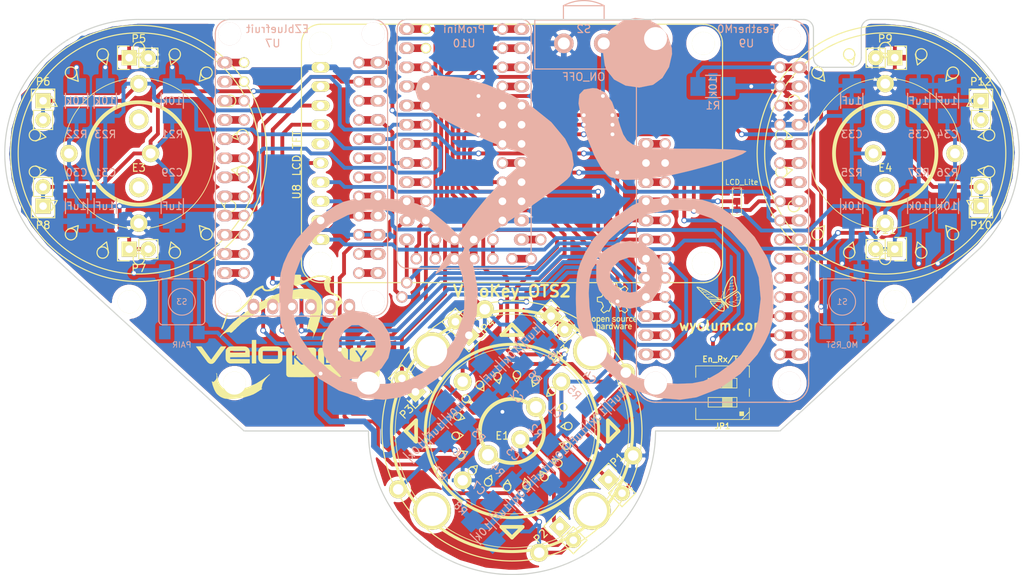
<source format=kicad_pcb>
(kicad_pcb (version 20160815) (host pcbnew 4.1.0-alpha+201609021633+7109~49~ubuntu16.04.1-product)
  (layers (0 F.Cu signal) (31 B.Cu signal) (34 B.Paste user) (35 F.Paste user) (36 B.SilkS user) (37 F.SilkS user) (38 B.Mask user) (39 F.Mask user) (44 Edge.Cuts user))
  (net 0 "")
  (net 1 "Net-(U7-Pad3)")
  (net 2 "Net-(U7-Pad6)")
  (net 3 "Net-(U7-Pad7)")
  (net 4 "Net-(U7-Pad8)")
  (net 5 "Net-(U7-Pad11)")
  (net 6 "Net-(U7-Pad12)")
  (net 7 "Net-(U7-Pad19)")
  (net 8 "Net-(U7-Pad20)")
  (net 9 "Net-(U7-Pad21)")
  (net 10 "Net-(U7-Pad22)")
  (net 11 "Net-(U7-Pad23)")
  (net 12 "Net-(U7-Pad24)")
  (net 13 "Net-(U7-Pad25)")
  (net 14 "Net-(U7-Pad26)")
  (net 15 "Net-(U7-Pad27)")
  (net 16 "Net-(U7-Pad28)")
  (net 17 "Net-(U7-Pad29)")
  (net 18 "Net-(U7-Pad30)")
  (net 19 "Net-(U9-Pad1)")
  (net 20 "Net-(U9-Pad2)")
  (net 21 "Net-(U9-Pad10)")
  (net 22 "Net-(U9-Pad12)")
  (net 23 "Net-(U9-Pad15)")
  (net 24 "Net-(U9-Pad17)")
  (net 25 "Net-(U9-Pad18)")
  (net 26 "Net-(U9-Pad19)")
  (net 27 "Net-(U9-Pad23)")
  (net 28 "Net-(U9-Pad24)")
  (net 29 "Net-(U9-Pad25)")
  (net 30 "Net-(U10-Pad8)")
  (net 31 "Net-(U10-Pad10)")
  (net 32 "Net-(U10-Pad12)")
  (net 33 "Net-(U10-Pad13)")
  (net 34 "Net-(U10-Pad14)")
  (net 35 "Net-(U10-Pad15)")
  (net 36 "Net-(U10-Pad16)")
  (net 37 "Net-(U10-Pad17)")
  (net 38 "Net-(U10-Pad18)")
  (net 39 "Net-(U10-Pad21)")
  (net 40 "Net-(U10-Pad22)")
  (net 41 "Net-(U10-Pad29)")
  (net 42 /GND)
  (net 43 /VCC)
  (net 44 /L2)
  (net 45 /LITE)
  (net 46 "Net-(U9-Pad28)")
  (net 47 "Net-(R1-Pad2)")
  (net 48 "Net-(U9-Pad22)")
  (net 49 "Net-(S2-Pad2)")
  (net 50 /ECA)
  (net 51 /ECB)
  (net 52 /ECS)
  (net 53 /S2)
  (net 54 /S3)
  (net 55 /S4)
  (net 56 /S5)
  (net 57 /EAS)
  (net 58 /EAB)
  (net 59 /EAA)
  (net 60 /EBS)
  (net 61 /EBB)
  (net 62 /EBA)
  (net 63 /Pair)
  (net 64 /RST)
  (net 65 /DC)
  (net 66 /CS)
  (net 67 /MOSI)
  (net 68 /SCK)
  (net 69 /RXD)
  (net 70 /TXD)
  (net 71 "Net-(U10-Pad4)")
  (net 72 /RX_PRO)
  (net 73 /TX_BLE)
  (net 74 /RX_BLE)
  (net 75 /TX_PRO)
  (module velokey-footprints:TSWB3NCB222LFS (layer F.Cu) (at 92.075 77.47 45)
    (fp_text reference E1 (at -1.347038 -0.449013 180) (layer F.SilkS))
    (fp_text value ENC_C)
    (pad 4 thru_hole circle (at 0 1.57 45) (size 2.4 2.4) (drill 1.4) (layers *.Cu *.Mask F.SilkS) (net 52 /ECS))
    (pad 12 thru_hole circle (at 0 -15 45) (size 5 5) (drill 4) (layers *.Cu *.Mask F.SilkS))
    (pad 2 thru_hole circle (at -9.26 0 45) (size 2.4 2.4) (drill 1.4) (layers *.Cu *.Mask F.SilkS) (net 42 /GND))
    (pad 14 thru_hole circle (at 0 15 45) (size 5 5) (drill 4) (layers *.Cu *.Mask F.SilkS))
    (pad 1 thru_hole circle (at 9.26 0 45) (size 2.4 2.4) (drill 1.4) (layers *.Cu *.Mask F.SilkS) (net 50 /ECA))
    (pad 13 thru_hole circle (at -15 0 45) (size 5 5) (drill 4) (layers *.Cu *.Mask F.SilkS))
    (pad 15 thru_hole circle (at 15 0 45) (size 5 5) (drill 4) (layers *.Cu *.Mask F.SilkS))
    (pad 5 thru_hole circle (at -4.5 0 45) (size 2.6 2.6) (drill 1.6) (layers *.Cu *.Mask F.SilkS))
    (pad 6 thru_hole circle (at 4.5 0 45) (size 2.6 2.6) (drill 1.6) (layers *.Cu *.Mask F.SilkS))
    (pad 9 thru_hole circle (at -16.16 -5.2 45) (size 2.4 2.4) (drill 1.4) (layers *.Cu *.Mask F.SilkS) (net 55 /S4))
    (pad 3 thru_hole circle (at 0 -9.26 45) (size 2.4 2.4) (drill 1.4) (layers *.Cu *.Mask F.SilkS) (net 51 /ECB))
    (pad 8 thru_hole circle (at 8.87 -13.97 45) (size 2.4 2.4) (drill 1.4) (layers *.Cu *.Mask F.SilkS) (net 54 /S3))
    (pad 10 thru_hole circle (at -8.87 13.97 45) (size 2.4 2.4) (drill 1.4) (layers *.Cu *.Mask F.SilkS) (net 56 /S5))
    (pad 11 thru_hole circle (at 9.07 13.67 45) (size 2.4 2.4) (drill 1.4) (layers *.Cu *.Mask F.SilkS) (net 42 /GND))
    (pad 7 thru_hole circle (at 16.16 5.2 45) (size 2.4 2.4) (drill 1.4) (layers *.Cu *.Mask F.SilkS) (net 53 /S2))
  )
  (module velokey-footprints:DIP_2way (layer F.Cu) (at 120.015 72.39 180)
    (fp_text reference JP1 (at 0 -4.445 180) (layer F.SilkS) (effects (font (size 0.762 0.762) (thickness 0.1524))))
    (fp_text value En_Rx/Tx (at 0 4.445 180) (layer F.SilkS) (effects (font (size 0.762 0.762) (thickness 0.1524))))
    (pad 1 smd rect (at -3.937 -1.27 180) (size 3.302 1.27) (layers F.Cu F.Paste F.Mask) (net 69 /RXD))
    (pad 3 smd rect (at -3.937 1.27 180) (size 3.302 1.27) (layers F.Cu F.Paste F.Mask) (net 70 /TXD))
    (pad 4 smd rect (at 3.937 1.27 180) (size 3.302 1.27) (layers F.Cu F.Paste F.Mask) (net 72 /RX_PRO))
    (pad 2 smd rect (at 3.937 -1.27 180) (size 3.302 1.27) (layers F.Cu F.Paste F.Mask) (net 75 /TX_PRO))
  )
  (module velokey-footprints:logo_vk (layer B.Cu) (at 93.98 47.625 180)
    (fp_text reference G3 hide)
    (fp_text value logo_vk hide)
  )
  (module velokey-footprints:LCD_TFT (layer F.Cu) (at 92.075 40.64)
    (fp_text reference U8 (at -28.575 5.08 90) (layer F.SilkS) (effects (font (size 1.016 1.016) (thickness 0.1524))))
    (fp_text value LCD_TFT (at -28.575 0 90) (layer F.SilkS) (effects (font (size 1.016 1.016) (thickness 0.1524))))
    (pad 10 thru_hole oval (at -25.4 -11.43) (size 2.413 1.397) (drill 1.016) (layers *.Cu *.Mask F.SilkS) (net 42 /GND))
    (pad 9 thru_hole oval (at -25.4 -8.89) (size 2.413 1.397) (drill 1.016) (layers *.Cu *.Mask F.SilkS) (net 43 /VCC))
    (pad 8 thru_hole oval (at -25.4 -6.35) (size 2.413 1.397) (drill 1.016) (layers *.Cu *.Mask F.SilkS) (net 64 /RST))
    (pad 7 thru_hole oval (at -25.4 -3.81) (size 2.413 1.397) (drill 1.016) (layers *.Cu *.Mask F.SilkS) (net 65 /DC))
    (pad 6 thru_hole oval (at -25.4 -1.27) (size 2.413 1.397) (drill 1.016) (layers *.Cu *.Mask F.SilkS))
    (pad 5 thru_hole oval (at -25.4 1.27) (size 2.032 1.397) (drill 1.016) (layers *.Cu *.Mask F.SilkS) (net 66 /CS))
    (pad 4 thru_hole oval (at -25.4 3.81) (size 2.413 1.397) (drill 1.016) (layers *.Cu *.Mask F.SilkS) (net 67 /MOSI))
    (pad 3 thru_hole oval (at -25.4 6.35) (size 2.413 1.397) (drill 1.016) (layers *.Cu *.Mask F.SilkS) (net 68 /SCK))
    (pad 2 thru_hole oval (at -25.4 8.89) (size 2.413 1.397) (drill 1.016) (layers *.Cu *.Mask F.SilkS))
    (pad 1 thru_hole oval (at -25.4 11.43) (size 2.413 1.397) (drill 1.016) (layers *.Cu *.Mask F.SilkS) (net 45 /LITE))
    (pad "" np_thru_hole circle (at -25.4 14.605) (size 3.048 3.048) (drill 3.048) (layers *.Cu *.Mask F.SilkS) (clearance 0.762))
    (pad "" np_thru_hole circle (at 25.4 14.605) (size 3.048 3.048) (drill 3.048) (layers *.Cu *.Mask F.SilkS) (clearance 0.762))
    (pad "" np_thru_hole circle (at 25.4 -14.605) (size 3.048 3.048) (drill 3.048) (layers *.Cu *.Mask F.SilkS) (clearance 0.762))
    (pad "" np_thru_hole circle (at -25.4 -14.605) (size 3.048 3.048) (drill 3.048) (layers *.Cu *.Mask F.SilkS) (clearance 0.762))
  )
  (module velokey-footprints:FeatherM0 (layer B.Cu) (at 120.015 48.26 270)
    (fp_text reference U9 (at -22.225 -3.175 180) (layer B.SilkS) (effects (font (size 1.016 1.016) (thickness 0.1524)) (justify mirror)))
    (fp_text value FeatherM0 (at -24.13 -3.175 180) (layer B.SilkS) (effects (font (size 1.016 1.016) (thickness 0.1524)) (justify mirror)))
    (pad 1 thru_hole oval (at 19.05 10.16 270) (size 1.524 2.032) (drill 1.016) (layers *.Cu *.Mask B.SilkS) (net 19 "Net-(U9-Pad1)"))
    (pad 2 thru_hole oval (at 16.51 10.16 270) (size 1.524 2.032) (drill 1.016) (layers *.Cu *.Mask B.SilkS) (net 20 "Net-(U9-Pad2)"))
    (pad 3 thru_hole oval (at 13.97 10.16 270) (size 1.524 2.032) (drill 1.016) (layers *.Cu *.Mask B.SilkS) (net 66 /CS))
    (pad 4 thru_hole oval (at 11.43 10.16 270) (size 1.524 2.032) (drill 1.016) (layers *.Cu *.Mask B.SilkS) (net 65 /DC))
    (pad 5 thru_hole oval (at 8.89 10.16 270) (size 1.524 2.032) (drill 1.016) (layers *.Cu *.Mask B.SilkS) (net 64 /RST))
    (pad 6 thru_hole oval (at 6.35 10.16 270) (size 1.524 2.032) (drill 1.016) (layers *.Cu *.Mask B.SilkS) (net 74 /RX_BLE))
    (pad 7 thru_hole oval (at 3.81 10.16 270) (size 1.524 2.032) (drill 1.016) (layers *.Cu *.Mask B.SilkS) (net 67 /MOSI))
    (pad 8 thru_hole oval (at 1.27 10.16 270) (size 1.524 2.032) (drill 1.016) (layers *.Cu *.Mask B.SilkS) (net 73 /TX_BLE))
    (pad 9 thru_hole oval (at -1.27 10.16 270) (size 1.524 2.032) (drill 1.016) (layers *.Cu *.Mask B.SilkS) (net 68 /SCK))
    (pad 10 thru_hole oval (at -3.81 10.16 270) (size 1.524 2.032) (drill 1.016) (layers *.Cu *.Mask B.SilkS) (net 21 "Net-(U9-Pad10)"))
    (pad 11 thru_hole oval (at -6.35 10.16 270) (size 1.524 2.032) (drill 1.016) (layers *.Cu *.Mask B.SilkS) (net 49 "Net-(S2-Pad2)"))
    (pad 12 thru_hole oval (at -8.89 10.16 270) (size 1.524 2.032) (drill 1.016) (layers *.Cu *.Mask B.SilkS) (net 22 "Net-(U9-Pad12)"))
    (pad 13 thru_hole oval (at -19.05 -10.16 270) (size 1.524 2.032) (drill 1.016) (layers *.Cu *.Mask B.SilkS) (net 47 "Net-(R1-Pad2)"))
    (pad 14 thru_hole oval (at -16.51 -10.16 270) (size 1.524 2.032) (drill 1.016) (layers *.Cu *.Mask B.SilkS) (net 43 /VCC))
    (pad 15 thru_hole oval (at -13.97 -10.16 270) (size 1.524 2.032) (drill 1.016) (layers *.Cu *.Mask B.SilkS) (net 23 "Net-(U9-Pad15)"))
    (pad 16 thru_hole oval (at -11.43 -10.16 270) (size 1.524 2.032) (drill 1.016) (layers *.Cu *.Mask B.SilkS) (net 42 /GND))
    (pad 17 thru_hole oval (at -8.89 -10.16 270) (size 1.524 2.032) (drill 1.016) (layers *.Cu *.Mask B.SilkS) (net 24 "Net-(U9-Pad17)"))
    (pad 18 thru_hole oval (at -6.35 -10.16 270) (size 1.524 2.032) (drill 1.016) (layers *.Cu *.Mask B.SilkS) (net 25 "Net-(U9-Pad18)"))
    (pad 19 thru_hole oval (at -3.81 -10.16 270) (size 1.524 2.032) (drill 1.016) (layers *.Cu *.Mask B.SilkS) (net 26 "Net-(U9-Pad19)"))
    (pad 20 thru_hole oval (at -1.27 -10.16 270) (size 1.524 2.032) (drill 1.016) (layers *.Cu *.Mask B.SilkS) (net 45 /LITE))
    (pad 21 thru_hole oval (at 1.27 -10.16 270) (size 1.524 2.032) (drill 1.016) (layers *.Cu *.Mask B.SilkS) (net 44 /L2))
    (pad 22 thru_hole oval (at 3.81 -10.16 270) (size 1.524 2.032) (drill 1.016) (layers *.Cu *.Mask B.SilkS) (net 48 "Net-(U9-Pad22)"))
    (pad 23 thru_hole oval (at 6.35 -10.16 270) (size 1.524 2.032) (drill 1.016) (layers *.Cu *.Mask B.SilkS) (net 27 "Net-(U9-Pad23)"))
    (pad 24 thru_hole oval (at 8.89 -10.16 270) (size 1.524 2.032) (drill 1.016) (layers *.Cu *.Mask B.SilkS) (net 28 "Net-(U9-Pad24)"))
    (pad 25 thru_hole oval (at 11.43 -10.16 270) (size 1.524 2.032) (drill 1.016) (layers *.Cu *.Mask B.SilkS) (net 29 "Net-(U9-Pad25)"))
    (pad 26 thru_hole oval (at 13.97 -10.16 270) (size 1.524 2.032) (drill 1.016) (layers *.Cu *.Mask B.SilkS) (net 69 /RXD))
    (pad 27 thru_hole oval (at 16.51 -10.16 270) (size 1.524 2.032) (drill 1.016) (layers *.Cu *.Mask B.SilkS) (net 70 /TXD))
    (pad 28 thru_hole oval (at 19.05 -10.16 270) (size 1.524 2.032) (drill 1.016) (layers *.Cu *.Mask B.SilkS) (net 46 "Net-(U9-Pad28)"))
    (pad "" np_thru_hole circle (at -22.86 8.89 270) (size 3.048 3.048) (drill 3.048) (layers *.Cu *.Mask B.SilkS) (clearance 0.762))
    (pad "" np_thru_hole circle (at -22.86 -8.89 270) (size 3.048 3.048) (drill 3.048) (layers *.Cu *.Mask B.SilkS) (clearance 0.762))
    (pad 1 thru_hole circle (at 19.05 7.62 270) (size 1.524 1.524) (drill 1.016) (layers *.Cu *.Mask B.SilkS) (net 19 "Net-(U9-Pad1)"))
    (pad 2 thru_hole circle (at 16.51 7.62 270) (size 1.524 1.524) (drill 1.016) (layers *.Cu *.Mask B.SilkS) (net 20 "Net-(U9-Pad2)"))
    (pad 3 thru_hole circle (at 13.97 7.62 270) (size 1.524 1.524) (drill 1.016) (layers *.Cu *.Mask B.SilkS) (net 66 /CS))
    (pad 4 thru_hole circle (at 11.43 7.62 270) (size 1.524 1.524) (drill 1.016) (layers *.Cu *.Mask B.SilkS) (net 65 /DC))
    (pad 5 thru_hole circle (at 8.89 7.62 270) (size 1.524 1.524) (drill 1.016) (layers *.Cu *.Mask B.SilkS) (net 64 /RST))
    (pad 6 thru_hole circle (at 6.35 7.62 270) (size 1.524 1.524) (drill 1.016) (layers *.Cu *.Mask B.SilkS) (net 74 /RX_BLE))
    (pad 7 thru_hole circle (at 3.81 7.62 270) (size 1.524 1.524) (drill 1.016) (layers *.Cu *.Mask B.SilkS) (net 67 /MOSI))
    (pad 8 thru_hole circle (at 1.27 7.62 270) (size 1.524 1.524) (drill 1.016) (layers *.Cu *.Mask B.SilkS) (net 73 /TX_BLE))
    (pad 9 thru_hole circle (at -1.27 7.62 270) (size 1.524 1.524) (drill 1.016) (layers *.Cu *.Mask B.SilkS) (net 68 /SCK))
    (pad 10 thru_hole circle (at -3.81 7.62 270) (size 1.524 1.524) (drill 1.016) (layers *.Cu *.Mask B.SilkS) (net 21 "Net-(U9-Pad10)"))
    (pad 11 thru_hole circle (at -6.35 7.62 270) (size 1.524 1.524) (drill 1.016) (layers *.Cu *.Mask B.SilkS) (net 49 "Net-(S2-Pad2)"))
    (pad 12 thru_hole circle (at -8.89 7.62 270) (size 1.524 1.524) (drill 1.016) (layers *.Cu *.Mask B.SilkS) (net 22 "Net-(U9-Pad12)"))
    (pad 13 thru_hole circle (at -19.05 -7.62 270) (size 1.524 1.524) (drill 1.016) (layers *.Cu *.Mask B.SilkS) (net 47 "Net-(R1-Pad2)"))
    (pad 14 thru_hole circle (at -16.51 -7.62 270) (size 1.524 1.524) (drill 1.016) (layers *.Cu *.Mask B.SilkS) (net 43 /VCC))
    (pad 15 thru_hole circle (at -13.97 -7.62 270) (size 1.524 1.524) (drill 1.016) (layers *.Cu *.Mask B.SilkS) (net 23 "Net-(U9-Pad15)"))
    (pad 16 thru_hole circle (at -11.43 -7.62 270) (size 1.524 1.524) (drill 1.016) (layers *.Cu *.Mask B.SilkS) (net 42 /GND))
    (pad 17 thru_hole circle (at -8.89 -7.62 270) (size 1.524 1.524) (drill 1.016) (layers *.Cu *.Mask B.SilkS) (net 24 "Net-(U9-Pad17)"))
    (pad 18 thru_hole circle (at -6.35 -7.62 270) (size 1.524 1.524) (drill 1.016) (layers *.Cu *.Mask B.SilkS) (net 25 "Net-(U9-Pad18)"))
    (pad 19 thru_hole circle (at -3.81 -7.62 270) (size 1.524 1.524) (drill 1.016) (layers *.Cu *.Mask B.SilkS) (net 26 "Net-(U9-Pad19)"))
    (pad 20 thru_hole circle (at -1.27 -7.62 270) (size 1.524 1.524) (drill 1.016) (layers *.Cu *.Mask B.SilkS) (net 45 /LITE))
    (pad 21 thru_hole circle (at 1.27 -7.62 270) (size 1.524 1.524) (drill 1.016) (layers *.Cu *.Mask B.SilkS) (net 44 /L2))
    (pad 22 thru_hole circle (at 3.81 -7.62 270) (size 1.524 1.524) (drill 1.016) (layers *.Cu *.Mask B.SilkS) (net 48 "Net-(U9-Pad22)"))
    (pad 23 thru_hole circle (at 6.35 -7.62 270) (size 1.524 1.524) (drill 1.016) (layers *.Cu *.Mask B.SilkS) (net 27 "Net-(U9-Pad23)"))
    (pad 24 thru_hole circle (at 8.89 -7.62 270) (size 1.524 1.524) (drill 1.016) (layers *.Cu *.Mask B.SilkS) (net 28 "Net-(U9-Pad24)"))
    (pad 25 thru_hole circle (at 11.43 -7.62 270) (size 1.524 1.524) (drill 1.016) (layers *.Cu *.Mask B.SilkS) (net 29 "Net-(U9-Pad25)"))
    (pad 26 thru_hole circle (at 13.97 -7.62 270) (size 1.524 1.524) (drill 1.016) (layers *.Cu *.Mask B.SilkS) (net 69 /RXD))
    (pad 27 thru_hole circle (at 16.51 -7.62 270) (size 1.524 1.524) (drill 1.016) (layers *.Cu *.Mask B.SilkS) (net 70 /TXD))
    (pad 28 thru_hole circle (at 19.05 -7.62 270) (size 1.524 1.524) (drill 1.016) (layers *.Cu *.Mask B.SilkS) (net 46 "Net-(U9-Pad28)"))
    (pad "" np_thru_hole circle (at 22.86 8.89 270) (size 3.048 3.048) (drill 3.048) (layers *.Cu *.Mask B.SilkS) (clearance 0.762))
    (pad "" np_thru_hole circle (at 22.86 -8.89 270) (size 3.048 3.048) (drill 3.048) (layers *.Cu *.Mask B.SilkS) (clearance 0.762))
  )
  (module velokey-footprints:SW_SMD (layer B.Cu) (at 135.89 60.325 180)
    (fp_text reference S1 (at 0 0 180) (layer B.SilkS) (effects (font (size 0.762 0.762) (thickness 0.1016)) (justify mirror)))
    (fp_text value M0_RST (at 0 -5.715 180) (layer B.SilkS) (effects (font (size 0.762 0.762) (thickness 0.1016)) (justify mirror)))
    (pad 1 smd rect (at -2.2606 4.0894 270) (size 1.778 1.524) (layers B.Cu B.Paste B.Mask) (net 42 /GND))
    (pad 1 smd rect (at -2.2606 -4.0894 270) (size 1.778 1.524) (layers B.Cu B.Paste B.Mask) (net 42 /GND))
    (pad 2 smd rect (at 2.2606 -4.0894 270) (size 1.778 1.524) (layers B.Cu B.Paste B.Mask) (net 47 "Net-(R1-Pad2)"))
    (pad 2 smd rect (at 2.2606 4.0894 270) (size 1.778 1.524) (layers B.Cu B.Paste B.Mask) (net 47 "Net-(R1-Pad2)"))
  )
  (module velokey-footprints:EZ_bluefruit (layer B.Cu) (at 64.135 42.545 90)
    (fp_text reference U7 (at 16.51 -3.81 180) (layer B.SilkS) (effects (font (size 1.016 1.016) (thickness 0.1524)) (justify mirror)))
    (fp_text value EZbluefruit (at 18.415 -3.175 180) (layer B.SilkS) (effects (font (size 1.016 1.016) (thickness 0.1524)) (justify mirror)))
    (pad 1 thru_hole oval (at 13.97 10.16 90) (size 1.524 2.032) (drill 1.016) (layers *.Cu *.Mask B.SilkS) (net 73 /TX_BLE))
    (pad 2 thru_hole oval (at 11.43 10.16 90) (size 1.524 2.032) (drill 1.016) (layers *.Cu *.Mask B.SilkS) (net 74 /RX_BLE))
    (pad 3 thru_hole oval (at 8.89 10.16 90) (size 1.524 2.032) (drill 1.016) (layers *.Cu *.Mask B.SilkS) (net 1 "Net-(U7-Pad3)"))
    (pad 4 thru_hole oval (at 6.35 10.16 90) (size 1.524 2.032) (drill 1.016) (layers *.Cu *.Mask B.SilkS) (net 63 /Pair))
    (pad 5 thru_hole oval (at 3.81 10.16 90) (size 1.524 2.032) (drill 1.016) (layers *.Cu *.Mask B.SilkS) (net 44 /L2))
    (pad 6 thru_hole oval (at 1.27 10.16 90) (size 1.524 2.032) (drill 1.016) (layers *.Cu *.Mask B.SilkS) (net 2 "Net-(U7-Pad6)"))
    (pad 7 thru_hole oval (at -1.27 10.16 90) (size 1.524 2.032) (drill 1.016) (layers *.Cu *.Mask B.SilkS) (net 3 "Net-(U7-Pad7)"))
    (pad 8 thru_hole oval (at -3.81 10.16 90) (size 1.524 2.032) (drill 1.016) (layers *.Cu *.Mask B.SilkS) (net 4 "Net-(U7-Pad8)"))
    (pad 9 thru_hole oval (at -6.35 10.16 90) (size 1.524 2.032) (drill 1.016) (layers *.Cu *.Mask B.SilkS) (net 43 /VCC))
    (pad 10 thru_hole oval (at -8.89 10.16 90) (size 1.524 2.032) (drill 1.016) (layers *.Cu *.Mask B.SilkS) (net 42 /GND))
    (pad 11 thru_hole oval (at -11.43 10.16 90) (size 1.524 2.032) (drill 1.016) (layers *.Cu *.Mask B.SilkS) (net 5 "Net-(U7-Pad11)"))
    (pad 12 thru_hole oval (at -13.97 10.16 90) (size 1.524 2.032) (drill 1.016) (layers *.Cu *.Mask B.SilkS) (net 6 "Net-(U7-Pad12)"))
    (pad 13 thru_hole oval (at -18.415 6.35 90) (size 2.032 1.524) (drill 1.016) (layers *.Cu *.Mask B.SilkS))
    (pad 14 thru_hole oval (at -18.415 3.81 90) (size 2.032 1.524) (drill 1.016) (layers *.Cu *.Mask B.SilkS))
    (pad 15 thru_hole oval (at -18.415 1.27 90) (size 2.032 1.524) (drill 1.016) (layers *.Cu *.Mask B.SilkS))
    (pad 16 thru_hole oval (at -18.415 -1.27 90) (size 2.032 1.524) (drill 1.016) (layers *.Cu *.Mask B.SilkS))
    (pad 17 thru_hole oval (at -18.415 -3.81 90) (size 2.032 1.524) (drill 1.016) (layers *.Cu *.Mask B.SilkS))
    (pad 18 thru_hole oval (at -18.415 -6.35 90) (size 2.032 1.524) (drill 1.016) (layers *.Cu *.Mask B.SilkS))
    (pad 19 thru_hole oval (at -13.97 -10.16 90) (size 1.524 2.032) (drill 1.016) (layers *.Cu *.Mask B.SilkS) (net 7 "Net-(U7-Pad19)"))
    (pad 20 thru_hole oval (at -11.43 -10.16 90) (size 1.524 2.032) (drill 1.016) (layers *.Cu *.Mask B.SilkS) (net 8 "Net-(U7-Pad20)"))
    (pad 21 thru_hole oval (at -8.89 -10.16 90) (size 1.524 2.032) (drill 1.016) (layers *.Cu *.Mask B.SilkS) (net 9 "Net-(U7-Pad21)"))
    (pad 22 thru_hole oval (at -6.35 -10.16 90) (size 1.524 2.032) (drill 1.016) (layers *.Cu *.Mask B.SilkS) (net 10 "Net-(U7-Pad22)"))
    (pad 23 thru_hole oval (at -3.81 -10.16 90) (size 1.524 2.032) (drill 1.016) (layers *.Cu *.Mask B.SilkS) (net 11 "Net-(U7-Pad23)"))
    (pad 24 thru_hole oval (at -1.27 -10.16 90) (size 1.524 2.032) (drill 1.016) (layers *.Cu *.Mask B.SilkS) (net 12 "Net-(U7-Pad24)"))
    (pad 25 thru_hole oval (at 1.27 -10.16 90) (size 1.524 2.032) (drill 1.016) (layers *.Cu *.Mask B.SilkS) (net 13 "Net-(U7-Pad25)"))
    (pad 26 thru_hole oval (at 3.81 -10.16 90) (size 1.524 2.032) (drill 1.016) (layers *.Cu *.Mask B.SilkS) (net 14 "Net-(U7-Pad26)"))
    (pad 27 thru_hole oval (at 6.35 -10.16 90) (size 1.524 2.032) (drill 1.016) (layers *.Cu *.Mask B.SilkS) (net 15 "Net-(U7-Pad27)"))
    (pad 28 thru_hole oval (at 8.89 -10.16 90) (size 1.524 2.032) (drill 1.016) (layers *.Cu *.Mask B.SilkS) (net 16 "Net-(U7-Pad28)"))
    (pad 29 thru_hole oval (at 11.43 -10.16 90) (size 1.524 2.032) (drill 1.016) (layers *.Cu *.Mask B.SilkS) (net 17 "Net-(U7-Pad29)"))
    (pad 30 thru_hole oval (at 13.97 -10.16 90) (size 1.524 2.032) (drill 1.016) (layers *.Cu *.Mask B.SilkS) (net 18 "Net-(U7-Pad30)"))
    (pad "" np_thru_hole circle (at -17.78 9.525 90) (size 3.048 3.048) (drill 3.048) (layers *.Cu *.Mask B.SilkS) (clearance 0.762))
    (pad "" np_thru_hole circle (at -17.78 -9.525 90) (size 3.048 3.048) (drill 3.048) (layers *.Cu *.Mask B.SilkS) (clearance 0.762))
    (pad "" np_thru_hole circle (at 17.78 -9.525 90) (size 3.048 3.048) (drill 3.048) (layers *.Cu *.Mask B.SilkS) (clearance 0.762))
    (pad "" np_thru_hole circle (at 17.78 9.525 90) (size 3.048 3.048) (drill 3.048) (layers *.Cu *.Mask B.SilkS) (clearance 0.762))
    (pad 1 thru_hole oval (at 13.97 7.62 90) (size 1.524 1.524) (drill 1.016) (layers *.Cu *.Mask B.SilkS) (net 73 /TX_BLE))
    (pad 2 thru_hole oval (at 11.43 7.62 90) (size 1.524 1.524) (drill 1.016) (layers *.Cu *.Mask B.SilkS) (net 74 /RX_BLE))
    (pad 3 thru_hole oval (at 8.89 7.62 90) (size 1.524 1.524) (drill 1.016) (layers *.Cu *.Mask B.SilkS) (net 1 "Net-(U7-Pad3)"))
    (pad 4 thru_hole oval (at 6.35 7.62 90) (size 1.524 1.524) (drill 1.016) (layers *.Cu *.Mask B.SilkS) (net 63 /Pair))
    (pad 5 thru_hole oval (at 3.81 7.62 90) (size 1.524 1.524) (drill 1.016) (layers *.Cu *.Mask B.SilkS) (net 44 /L2))
    (pad 6 thru_hole oval (at 1.27 7.62 90) (size 1.524 1.524) (drill 1.016) (layers *.Cu *.Mask B.SilkS) (net 2 "Net-(U7-Pad6)"))
    (pad 7 thru_hole oval (at -1.27 7.62 90) (size 1.524 1.524) (drill 1.016) (layers *.Cu *.Mask B.SilkS) (net 3 "Net-(U7-Pad7)"))
    (pad 8 thru_hole oval (at -3.81 7.62 90) (size 1.524 1.524) (drill 1.016) (layers *.Cu *.Mask B.SilkS) (net 4 "Net-(U7-Pad8)"))
    (pad 9 thru_hole oval (at -6.35 7.62 90) (size 1.524 1.524) (drill 1.016) (layers *.Cu *.Mask B.SilkS) (net 43 /VCC))
    (pad 10 thru_hole oval (at -8.89 7.62 90) (size 1.524 1.524) (drill 1.016) (layers *.Cu *.Mask B.SilkS) (net 42 /GND))
    (pad 11 thru_hole oval (at -11.43 7.62 90) (size 1.524 1.524) (drill 1.016) (layers *.Cu *.Mask B.SilkS) (net 5 "Net-(U7-Pad11)"))
    (pad 12 thru_hole oval (at -13.97 7.62 90) (size 1.524 1.524) (drill 1.016) (layers *.Cu *.Mask B.SilkS) (net 6 "Net-(U7-Pad12)"))
    (pad 19 thru_hole oval (at -13.97 -7.62 90) (size 1.524 1.524) (drill 1.016) (layers *.Cu *.Mask B.SilkS) (net 7 "Net-(U7-Pad19)"))
    (pad 20 thru_hole oval (at -11.43 -7.62 90) (size 1.524 1.524) (drill 1.016) (layers *.Cu *.Mask B.SilkS) (net 8 "Net-(U7-Pad20)"))
    (pad 21 thru_hole oval (at -8.89 -7.62 90) (size 1.524 1.524) (drill 1.016) (layers *.Cu *.Mask B.SilkS) (net 9 "Net-(U7-Pad21)"))
    (pad 22 thru_hole oval (at -6.35 -7.62 90) (size 1.524 1.524) (drill 1.016) (layers *.Cu *.Mask B.SilkS) (net 10 "Net-(U7-Pad22)"))
    (pad 23 thru_hole oval (at -3.81 -7.62 90) (size 1.524 1.524) (drill 1.016) (layers *.Cu *.Mask B.SilkS) (net 11 "Net-(U7-Pad23)"))
    (pad 24 thru_hole oval (at -1.27 -7.62 90) (size 1.524 1.524) (drill 1.016) (layers *.Cu *.Mask B.SilkS) (net 12 "Net-(U7-Pad24)"))
    (pad 25 thru_hole oval (at 1.27 -7.62 90) (size 1.524 1.524) (drill 1.016) (layers *.Cu *.Mask B.SilkS) (net 13 "Net-(U7-Pad25)"))
    (pad 26 thru_hole oval (at 3.81 -7.62 90) (size 1.524 1.524) (drill 1.016) (layers *.Cu *.Mask B.SilkS) (net 14 "Net-(U7-Pad26)"))
    (pad 27 thru_hole oval (at 6.35 -7.62 90) (size 1.524 1.524) (drill 1.016) (layers *.Cu *.Mask B.SilkS) (net 15 "Net-(U7-Pad27)"))
    (pad 28 thru_hole oval (at 8.89 -7.62 90) (size 1.524 1.524) (drill 1.016) (layers *.Cu *.Mask B.SilkS) (net 16 "Net-(U7-Pad28)"))
    (pad 29 thru_hole oval (at 11.43 -7.62 90) (size 1.397 1.397) (drill 1.016) (layers *.Cu *.Mask F.SilkS) (net 17 "Net-(U7-Pad29)"))
    (pad 30 thru_hole oval (at 13.97 -7.62 90) (size 1.397 1.397) (drill 1.016) (layers *.Cu *.Mask F.SilkS) (net 18 "Net-(U7-Pad30)"))
  )
  (module velokey-footprints:MountingHole_3mm (layer F.Cu) (at 73.025 71.12)
    (fp_text reference H3 hide)
    (fp_text value MTG_HOLE hide)
    (pad "" np_thru_hole circle (at 0 0) (size 3.048 3.048) (drill 3.048) (layers *.Cu *.Mask F.SilkS) (clearance 0.762))
  )
  (module velokey-footprints:MountingHole_3mm (layer F.Cu) (at 55.245 71.12)
    (fp_text reference H2 hide)
    (fp_text value MTG_HOLE hide)
    (pad "" np_thru_hole circle (at 0 0) (size 3.048 3.048) (drill 3.048) (layers *.Cu *.Mask F.SilkS) (clearance 0.762))
  )
  (module velokey-footprints:MountingHole_3mm (layer F.Cu) (at 142.875 60.325)
    (fp_text reference H4 hide)
    (fp_text value MTG_HOLE hide)
    (pad "" np_thru_hole circle (at 0 0) (size 3.048 3.048) (drill 3.048) (layers *.Cu *.Mask F.SilkS) (clearance 0.762))
  )
  (module velokey-footprints:MountingHole_3mm (layer F.Cu) (at 41.275 60.325)
    (fp_text reference H1 hide)
    (fp_text value MTG_HOLE hide)
    (pad "" np_thru_hole circle (at 0 0) (size 3.048 3.048) (drill 3.048) (layers *.Cu *.Mask F.SilkS) (clearance 0.762))
  )
  (module velokey-footprints:C_1210_HandSoldering (layer B.Cu) (at 146.05 33.655 90)
    (fp_text reference C35 (at -4.445 0 180) (layer B.SilkS) (effects (justify mirror)))
    (fp_text value 1uF (at 0 0 180) (layer B.SilkS) (effects (justify mirror)))
    (pad 1 smd rect (at -2 0 90) (size 2 2.5) (layers B.Cu B.Paste B.Mask) (net 62 /EBA))
    (pad 2 smd rect (at 2 0 90) (size 2 2.5) (layers B.Cu B.Paste B.Mask) (net 42 /GND))
  )
  (module velokey-footprints:C_1210_HandSoldering (layer B.Cu) (at 149.86 33.655 90)
    (fp_text reference C34 (at -4.445 0 180) (layer B.SilkS) (effects (justify mirror)))
    (fp_text value 1uF (at 0 0 180) (layer B.SilkS) (effects (justify mirror)))
    (pad 1 smd rect (at -2 0 90) (size 2 2.5) (layers B.Cu B.Paste B.Mask) (net 61 /EBB))
    (pad 2 smd rect (at 2 0 90) (size 2 2.5) (layers B.Cu B.Paste B.Mask) (net 42 /GND))
  )
  (module velokey-footprints:C_1210_HandSoldering (layer B.Cu) (at 137.16 33.655 90)
    (fp_text reference C33 (at -4.445 0 180) (layer B.SilkS) (effects (justify mirror)))
    (fp_text value 1uF (at 0 0) (layer B.SilkS) (effects (justify mirror)))
    (pad 1 smd rect (at -2 0 90) (size 2 2.5) (layers B.Cu B.Paste B.Mask) (net 60 /EBS))
    (pad 2 smd rect (at 2 0 90) (size 2 2.5) (layers B.Cu B.Paste B.Mask) (net 42 /GND))
  )
  (module velokey-footprints:C_1210_HandSoldering (layer B.Cu) (at 38.1 47.625 270)
    (fp_text reference C31 (at -4.445 0) (layer B.SilkS) (effects (justify mirror)))
    (fp_text value 1uF (at 0 0) (layer B.SilkS) (effects (justify mirror)))
    (pad 1 smd rect (at -2 0 270) (size 2 2.5) (layers B.Cu B.Paste B.Mask) (net 59 /EAA))
    (pad 2 smd rect (at 2 0 270) (size 2 2.5) (layers B.Cu B.Paste B.Mask) (net 42 /GND))
  )
  (module velokey-footprints:C_1210_HandSoldering (layer B.Cu) (at 34.29 47.625 270)
    (fp_text reference C30 (at -4.445 0) (layer B.SilkS) (effects (justify mirror)))
    (fp_text value 1uF (at 0 0) (layer B.SilkS) (effects (justify mirror)))
    (pad 1 smd rect (at -2 0 270) (size 2 2.5) (layers B.Cu B.Paste B.Mask) (net 58 /EAB))
    (pad 2 smd rect (at 2 0 270) (size 2 2.5) (layers B.Cu B.Paste B.Mask) (net 42 /GND))
  )
  (module velokey-footprints:C_1210_HandSoldering (layer B.Cu) (at 46.99 47.625 270)
    (fp_text reference C29 (at -4.445 0) (layer B.SilkS) (effects (justify mirror)))
    (fp_text value 1uF (at 0 0) (layer B.SilkS) (effects (justify mirror)))
    (pad 1 smd rect (at -2 0 270) (size 2 2.5) (layers B.Cu B.Paste B.Mask) (net 57 /EAS))
    (pad 2 smd rect (at 2 0 270) (size 2 2.5) (layers B.Cu B.Paste B.Mask) (net 42 /GND))
  )
  (module velokey-footprints:C_1210_HandSoldering (layer B.Cu) (at 90.805 88.265 135)
    (fp_text reference C7 (at 4.490128 0 135) (layer B.SilkS) (effects (justify mirror)))
    (fp_text value 1uF (at 0 0 225) (layer B.SilkS) (effects (justify mirror)))
    (pad 1 smd rect (at -2 0 135) (size 2 2.5) (layers B.Cu B.Paste B.Mask) (net 56 /S5))
    (pad 2 smd rect (at 2 0 135) (size 2 2.5) (layers B.Cu B.Paste B.Mask) (net 42 /GND))
  )
  (module velokey-footprints:C_1210_HandSoldering (layer B.Cu) (at 81.915 77.47 135)
    (fp_text reference C6 (at -4.490128 0 135) (layer B.SilkS) (effects (justify mirror)))
    (fp_text value 1uF (at 0 0 45) (layer B.SilkS) (effects (justify mirror)))
    (pad 1 smd rect (at -2 0 135) (size 2 2.5) (layers B.Cu B.Paste B.Mask) (net 55 /S4))
    (pad 2 smd rect (at 2 0 135) (size 2 2.5) (layers B.Cu B.Paste B.Mask) (net 42 /GND))
  )
  (module velokey-footprints:C_1210_HandSoldering (layer B.Cu) (at 94.615 64.77 315)
    (fp_text reference C5 (at 4.310523 0 315) (layer B.SilkS) (effects (justify mirror)))
    (fp_text value 1uF (at 0 0 45) (layer B.SilkS) (effects (justify mirror)))
    (pad 1 smd rect (at -2 0 315) (size 2 2.5) (layers B.Cu B.Paste B.Mask) (net 54 /S3))
    (pad 2 smd rect (at 2 0 315) (size 2 2.5) (layers B.Cu B.Paste B.Mask) (net 42 /GND))
  )
  (module velokey-footprints:C_1210_HandSoldering (layer B.Cu) (at 106.045 73.025 315)
    (fp_text reference C4 (at -4.490128 0.71842 315) (layer B.SilkS) (effects (justify mirror)))
    (fp_text value 1uF (at 0 0 45) (layer B.SilkS) (effects (justify mirror)))
    (pad 1 smd rect (at -2 0 315) (size 2 2.5) (layers B.Cu B.Paste B.Mask) (net 53 /S2))
    (pad 2 smd rect (at 2 0 315) (size 2 2.5) (layers B.Cu B.Paste B.Mask) (net 42 /GND))
  )
  (module velokey-footprints:C_1210_HandSoldering (layer B.Cu) (at 95.885 83.185 315)
    (fp_text reference C3 (at -4.490128 0.71842 315) (layer B.SilkS) (effects (justify mirror)))
    (fp_text value 1uF (at 0 0 45) (layer B.SilkS) (effects (justify mirror)))
    (pad 1 smd rect (at -2 0 315) (size 2 2.5) (layers B.Cu B.Paste B.Mask) (net 52 /ECS))
    (pad 2 smd rect (at 2 0 315) (size 2 2.5) (layers B.Cu B.Paste B.Mask) (net 42 /GND))
  )
  (module velokey-footprints:C_1210_HandSoldering (layer B.Cu) (at 89.535 69.85 315)
    (fp_text reference C2 (at 4.400325 -0.089803 315) (layer B.SilkS) (effects (justify mirror)))
    (fp_text value 1uF (at 0 0 45) (layer B.SilkS) (effects (justify mirror)))
    (pad 1 smd rect (at -2 0 315) (size 2 2.5) (layers B.Cu B.Paste B.Mask) (net 51 /ECB))
    (pad 2 smd rect (at 2 0 315) (size 2 2.5) (layers B.Cu B.Paste B.Mask) (net 42 /GND))
  )
  (module velokey-footprints:C_1210_HandSoldering (layer B.Cu) (at 100.965 78.105 315)
    (fp_text reference C1 (at -4.490128 0 315) (layer B.SilkS) (effects (justify mirror)))
    (fp_text value 1uF (at 0 0 45) (layer B.SilkS) (effects (justify mirror)))
    (pad 1 smd rect (at -2 0 315) (size 2 2.5) (layers B.Cu B.Paste B.Mask) (net 50 /ECA))
    (pad 2 smd rect (at 2 0 315) (size 2 2.5) (layers B.Cu B.Paste B.Mask) (net 42 /GND))
  )
  (module velokey-footprints:R_1210_HandSoldering (layer B.Cu) (at 146.05 47.625 90)
    (fp_text reference R27 (at 4.445 0 180) (layer B.SilkS) (effects (justify mirror)))
    (fp_text value 10k (at 0 0 180) (layer B.SilkS) (effects (justify mirror)))
    (pad 1 smd rect (at -2 0 90) (size 2 2.5) (layers B.Cu B.Paste B.Mask) (net 43 /VCC))
    (pad 2 smd rect (at 2 0 90) (size 2 2.5) (layers B.Cu B.Paste B.Mask) (net 62 /EBA))
  )
  (module velokey-footprints:R_1210_HandSoldering (layer B.Cu) (at 149.86 47.625 90)
    (fp_text reference R26 (at 4.445 0 180) (layer B.SilkS) (effects (justify mirror)))
    (fp_text value 10k (at 0 0 180) (layer B.SilkS) (effects (justify mirror)))
    (pad 1 smd rect (at -2 0 90) (size 2 2.5) (layers B.Cu B.Paste B.Mask) (net 43 /VCC))
    (pad 2 smd rect (at 2 0 90) (size 2 2.5) (layers B.Cu B.Paste B.Mask) (net 61 /EBB))
  )
  (module velokey-footprints:R_1210_HandSoldering (layer B.Cu) (at 137.16 47.625 90)
    (fp_text reference R25 (at 4.445 0 180) (layer B.SilkS) (effects (justify mirror)))
    (fp_text value 10k (at 0 0 180) (layer B.SilkS) (effects (justify mirror)))
    (pad 1 smd rect (at -2 0 90) (size 2 2.5) (layers B.Cu B.Paste B.Mask) (net 43 /VCC))
    (pad 2 smd rect (at 2 0 90) (size 2 2.5) (layers B.Cu B.Paste B.Mask) (net 60 /EBS))
  )
  (module velokey-footprints:R_1210_HandSoldering (layer B.Cu) (at 38.1 33.655 270)
    (fp_text reference R23 (at 4.445 0) (layer B.SilkS) (effects (justify mirror)))
    (fp_text value 10k (at 0 0) (layer B.SilkS) (effects (justify mirror)))
    (pad 1 smd rect (at -2 0 270) (size 2 2.5) (layers B.Cu B.Paste B.Mask) (net 43 /VCC))
    (pad 2 smd rect (at 2 0 270) (size 2 2.5) (layers B.Cu B.Paste B.Mask) (net 59 /EAA))
  )
  (module velokey-footprints:R_1210_HandSoldering (layer B.Cu) (at 34.29 33.655 270)
    (fp_text reference R22 (at 4.445 0) (layer B.SilkS) (effects (justify mirror)))
    (fp_text value 10k (at 0 0) (layer B.SilkS) (effects (justify mirror)))
    (pad 1 smd rect (at -2 0 270) (size 2 2.5) (layers B.Cu B.Paste B.Mask) (net 43 /VCC))
    (pad 2 smd rect (at 2 0 270) (size 2 2.5) (layers B.Cu B.Paste B.Mask) (net 58 /EAB))
  )
  (module velokey-footprints:R_1210_HandSoldering (layer B.Cu) (at 46.99 33.655 270)
    (fp_text reference R21 (at 4.445 0) (layer B.SilkS) (effects (justify mirror)))
    (fp_text value 10k (at 0 0) (layer B.SilkS) (effects (justify mirror)))
    (pad 1 smd rect (at -2 0 270) (size 2 2.5) (layers B.Cu B.Paste B.Mask) (net 43 /VCC))
    (pad 2 smd rect (at 2 0 270) (size 2 2.5) (layers B.Cu B.Paste B.Mask) (net 57 /EAS))
  )
  (module velokey-footprints:R_1210_HandSoldering (layer B.Cu) (at 88.265 90.805 315)
    (fp_text reference R8 (at -4.310523 0 315) (layer B.SilkS) (effects (justify mirror)))
    (fp_text value 10k (at 0 0 45) (layer B.SilkS) (effects (justify mirror)))
    (pad 1 smd rect (at -2 0 315) (size 2 2.5) (layers B.Cu B.Paste B.Mask) (net 43 /VCC))
    (pad 2 smd rect (at 2 0 315) (size 2 2.5) (layers B.Cu B.Paste B.Mask) (net 56 /S5))
  )
  (module velokey-footprints:R_1210_HandSoldering (layer B.Cu) (at 79.375 80.01 315)
    (fp_text reference R7 (at 4.490128 0 315) (layer B.SilkS) (effects (justify mirror)))
    (fp_text value 10k (at 0 0 45) (layer B.SilkS) (effects (justify mirror)))
    (pad 1 smd rect (at -2 0 315) (size 2 2.5) (layers B.Cu B.Paste B.Mask) (net 43 /VCC))
    (pad 2 smd rect (at 2 0 315) (size 2 2.5) (layers B.Cu B.Paste B.Mask) (net 55 /S4))
  )
  (module velokey-footprints:R_1210_HandSoldering (layer B.Cu) (at 92.075 67.31 135)
    (fp_text reference R6 (at -4.310523 0 135) (layer B.SilkS) (effects (justify mirror)))
    (fp_text value 10k (at 0 0 225) (layer B.SilkS) (effects (justify mirror)))
    (pad 1 smd rect (at -2 0 135) (size 2 2.5) (layers B.Cu B.Paste B.Mask) (net 43 /VCC))
    (pad 2 smd rect (at 2 0 135) (size 2 2.5) (layers B.Cu B.Paste B.Mask) (net 54 /S3))
  )
  (module velokey-footprints:R_1210_HandSoldering (layer B.Cu) (at 103.505 75.565 135)
    (fp_text reference R5 (at 4.490128 0 135) (layer B.SilkS) (effects (justify mirror)))
    (fp_text value 10k (at 0 0 225) (layer B.SilkS) (effects (justify mirror)))
    (pad 1 smd rect (at -2 0 135) (size 2 2.5) (layers B.Cu B.Paste B.Mask) (net 43 /VCC))
    (pad 2 smd rect (at 2 0 135) (size 2 2.5) (layers B.Cu B.Paste B.Mask) (net 53 /S2))
  )
  (module velokey-footprints:R_1210_HandSoldering (layer B.Cu) (at 93.345 85.725 135)
    (fp_text reference R4 (at 4.400325 -0.089803 135) (layer B.SilkS) (effects (justify mirror)))
    (fp_text value 10k (at 0 0 225) (layer B.SilkS) (effects (justify mirror)))
    (pad 1 smd rect (at -2 0 135) (size 2 2.5) (layers B.Cu B.Paste B.Mask) (net 43 /VCC))
    (pad 2 smd rect (at 2 0 135) (size 2 2.5) (layers B.Cu B.Paste B.Mask) (net 52 /ECS))
  )
  (module velokey-footprints:R_1210_HandSoldering (layer B.Cu) (at 84.455 74.93 135)
    (fp_text reference R3 (at -4.490128 0 135) (layer B.SilkS) (effects (justify mirror)))
    (fp_text value 10k (at 0 0 225) (layer B.SilkS) (effects (justify mirror)))
    (pad 1 smd rect (at -2 0 135) (size 2 2.5) (layers B.Cu B.Paste B.Mask) (net 43 /VCC))
    (pad 2 smd rect (at 2 0 135) (size 2 2.5) (layers B.Cu B.Paste B.Mask) (net 51 /ECB))
  )
  (module velokey-footprints:R_1210_HandSoldering (layer B.Cu) (at 98.425 80.645 135)
    (fp_text reference R2 (at 4.490128 0 135) (layer B.SilkS) (effects (justify mirror)))
    (fp_text value 10k (at 0 0 225) (layer B.SilkS) (effects (justify mirror)))
    (pad 1 smd rect (at -2 0 135) (size 2 2.5) (layers B.Cu B.Paste B.Mask) (net 43 /VCC))
    (pad 2 smd rect (at 2 0 135) (size 2 2.5) (layers B.Cu B.Paste B.Mask) (net 50 /ECA))
  )
  (module velokey-footprints:R_1210_HandSoldering (layer B.Cu) (at 118.745 31.75 180)
    (fp_text reference R1 (at 0 -2.54 180) (layer B.SilkS) (effects (justify mirror)))
    (fp_text value 10k (at 0 0 270) (layer B.SilkS) (effects (justify mirror)))
    (pad 1 smd rect (at -2 0 180) (size 2 2.5) (layers B.Cu B.Paste B.Mask) (net 43 /VCC))
    (pad 2 smd rect (at 2 0 180) (size 2 2.5) (layers B.Cu B.Paste B.Mask) (net 47 "Net-(R1-Pad2)"))
  )
  (module velokey-footprints:TSWA3NCD23LFS (layer F.Cu) (at 42.545 40.64 270)
    (fp_text reference E3 (at 1.905 0) (layer F.SilkS))
    (fp_text value ENC_A)
    (pad 4 thru_hole circle (at 0 -1.57 270) (size 2.3 2.3) (drill 1.3) (layers *.Cu *.Mask F.SilkS) (net 57 /EAS))
    (pad 5 thru_hole circle (at -4.5 0 270) (size 2.6 2.6) (drill 1.6) (layers *.Cu *.Mask F.SilkS))
    (pad 1 thru_hole circle (at -9.26 0 270) (size 2.3 2.3) (drill 1.3) (layers *.Cu *.Mask F.SilkS) (net 59 /EAA))
    (pad 6 thru_hole circle (at 4.5 0 270) (size 2.6 2.6) (drill 1.6) (layers *.Cu *.Mask F.SilkS))
    (pad 2 thru_hole circle (at 9.26 0 270) (size 2.3 2.3) (drill 1.3) (layers *.Cu *.Mask F.SilkS) (net 42 /GND))
    (pad 3 thru_hole circle (at 0 9.26 270) (size 2.3 2.3) (drill 1.3) (layers *.Cu *.Mask F.SilkS) (net 58 /EAB))
  )
  (module velokey-footprints:TSWA3NCD23LFS (layer F.Cu) (at 141.605 40.64 90)
    (fp_text reference E4 (at -1.905 0 180) (layer F.SilkS))
    (fp_text value ENC_B)
    (pad 4 thru_hole circle (at 0 -1.57 90) (size 2.3 2.3) (drill 1.3) (layers *.Cu *.Mask F.SilkS) (net 60 /EBS))
    (pad 5 thru_hole circle (at -4.5 0 90) (size 2.6 2.6) (drill 1.6) (layers *.Cu *.Mask F.SilkS))
    (pad 1 thru_hole circle (at -9.26 0 90) (size 2.3 2.3) (drill 1.3) (layers *.Cu *.Mask F.SilkS) (net 62 /EBA))
    (pad 6 thru_hole circle (at 4.5 0 90) (size 2.6 2.6) (drill 1.6) (layers *.Cu *.Mask F.SilkS))
    (pad 2 thru_hole circle (at 9.26 0 90) (size 2.3 2.3) (drill 1.3) (layers *.Cu *.Mask F.SilkS) (net 42 /GND))
    (pad 3 thru_hole circle (at 0 9.26 90) (size 2.3 2.3) (drill 1.3) (layers *.Cu *.Mask F.SilkS) (net 61 /EBB))
  )
  (module velokey-footprints:logo_wyo_butterfly_small (layer F.Cu) (at 120.015 59.69)
    (fp_text reference G1 hide)
    (fp_text value logo_wl hide)
  )
  (module velokey-footprints:OSHW-LOGO (layer F.Cu) (at 105.664 60.833)
    (fp_text reference G2 hide)
    (fp_text value OSHW hide)
  )
  (module velokey-footprints:Pro_Mini_alt2 (layer B.Cu) (at 85.725 39.37 90)
    (fp_text reference U10 (at 13.335 0 180) (layer B.SilkS) (effects (font (size 1.016 1.016) (thickness 0.1524)) (justify mirror)))
    (fp_text value ProMini (at 15.24 0 180) (layer B.SilkS) (effects (font (size 1.016 1.016) (thickness 0.1524)) (justify mirror)))
    (pad 1 thru_hole oval (at 15.24 7.62 90) (size 1.524 2.032) (drill 1.016) (layers *.Cu *.Mask B.SilkS) (net 55 /S4))
    (pad 2 thru_hole oval (at 12.7 7.62 90) (size 1.524 2.032) (drill 1.016) (layers *.Cu *.Mask B.SilkS) (net 54 /S3))
    (pad 3 thru_hole oval (at 10.16 7.62 90) (size 1.524 2.032) (drill 1.016) (layers *.Cu *.Mask B.SilkS) (net 53 /S2))
    (pad 4 thru_hole oval (at 7.62 7.62 90) (size 1.524 2.032) (drill 1.016) (layers *.Cu *.Mask B.SilkS) (net 71 "Net-(U10-Pad4)"))
    (pad 5 thru_hole oval (at 5.08 7.62 90) (size 1.524 2.032) (drill 1.016) (layers *.Cu *.Mask B.SilkS) (net 52 /ECS))
    (pad 6 thru_hole oval (at 2.54 7.62 90) (size 1.524 2.032) (drill 1.016) (layers *.Cu *.Mask B.SilkS) (net 51 /ECB))
    (pad 7 thru_hole oval (at 0 7.62 90) (size 1.524 2.032) (drill 1.016) (layers *.Cu *.Mask B.SilkS) (net 50 /ECA))
    (pad 8 thru_hole oval (at -2.54 7.62 90) (size 1.524 2.032) (drill 1.016) (layers *.Cu *.Mask B.SilkS) (net 30 "Net-(U10-Pad8)"))
    (pad 9 thru_hole oval (at -5.08 7.62 90) (size 1.524 2.032) (drill 1.016) (layers *.Cu *.Mask B.SilkS) (net 43 /VCC))
    (pad 10 thru_hole oval (at -7.62 7.62 90) (size 1.524 2.032) (drill 1.016) (layers *.Cu *.Mask B.SilkS) (net 31 "Net-(U10-Pad10)"))
    (pad 11 thru_hole oval (at -10.16 7.62 90) (size 1.524 2.032) (drill 1.016) (layers *.Cu *.Mask B.SilkS) (net 42 /GND))
    (pad 12 thru_hole oval (at -12.7 7.62 90) (size 1.524 2.032) (drill 1.016) (layers *.Cu *.Mask B.SilkS) (net 32 "Net-(U10-Pad12)"))
    (pad 13 thru_hole oval (at -15.24 6.35 90) (size 1.524 1.524) (drill 1.016) (layers *.Cu *.Mask B.SilkS) (net 33 "Net-(U10-Pad13)"))
    (pad 14 thru_hole oval (at -15.24 3.81 90) (size 1.524 1.524) (drill 1.016) (layers *.Cu *.Mask B.SilkS) (net 34 "Net-(U10-Pad14)"))
    (pad 15 thru_hole oval (at -15.24 1.27 90) (size 1.524 1.524) (drill 1.016) (layers *.Cu *.Mask B.SilkS) (net 35 "Net-(U10-Pad15)"))
    (pad 16 thru_hole oval (at -15.24 -1.27 90) (size 1.524 1.524) (drill 1.016) (layers *.Cu *.Mask B.SilkS) (net 36 "Net-(U10-Pad16)"))
    (pad 17 thru_hole oval (at -15.24 -3.81 90) (size 1.524 1.524) (drill 1.016) (layers *.Cu *.Mask B.SilkS) (net 37 "Net-(U10-Pad17)"))
    (pad 18 thru_hole oval (at -15.24 -6.35 90) (size 1.524 1.524) (drill 1.016) (layers *.Cu *.Mask B.SilkS) (net 38 "Net-(U10-Pad18)"))
    (pad 19 thru_hole oval (at -12.699999 -7.62 90) (size 1.524 2.032) (drill 1.016) (layers *.Cu *.Mask B.SilkS) (net 75 /TX_PRO))
    (pad 20 thru_hole oval (at -10.16 -7.62 90) (size 1.524 2.032) (drill 1.016) (layers *.Cu *.Mask B.SilkS) (net 72 /RX_PRO))
    (pad 21 thru_hole oval (at -7.62 -7.62 90) (size 1.524 2.032) (drill 1.016) (layers *.Cu *.Mask B.SilkS) (net 39 "Net-(U10-Pad21)"))
    (pad 22 thru_hole oval (at -5.08 -7.62 90) (size 1.524 2.032) (drill 1.016) (layers *.Cu *.Mask B.SilkS) (net 40 "Net-(U10-Pad22)"))
    (pad 23 thru_hole oval (at -2.54 -7.62 90) (size 1.524 2.032) (drill 1.016) (layers *.Cu *.Mask B.SilkS) (net 59 /EAA))
    (pad 24 thru_hole oval (at 0 -7.62 90) (size 1.524 2.032) (drill 1.016) (layers *.Cu *.Mask B.SilkS) (net 58 /EAB))
    (pad 25 thru_hole oval (at 2.54 -7.62 90) (size 1.524 2.032) (drill 1.016) (layers *.Cu *.Mask B.SilkS) (net 57 /EAS))
    (pad 26 thru_hole oval (at 5.08 -7.62 90) (size 1.524 2.032) (drill 1.016) (layers *.Cu *.Mask B.SilkS) (net 62 /EBA))
    (pad 27 thru_hole oval (at 7.62 -7.62 90) (size 1.524 2.032) (drill 1.016) (layers *.Cu *.Mask B.SilkS) (net 61 /EBB))
    (pad 28 thru_hole oval (at 10.16 -7.62 90) (size 1.524 2.032) (drill 1.016) (layers *.Cu *.Mask B.SilkS) (net 60 /EBS))
    (pad 29 thru_hole oval (at 12.7 -7.62 90) (size 1.524 2.032) (drill 1.016) (layers *.Cu *.Mask B.SilkS) (net 41 "Net-(U10-Pad29)"))
    (pad 30 thru_hole oval (at 15.24 -7.62 90) (size 1.524 2.032) (drill 1.016) (layers *.Cu *.Mask B.SilkS) (net 56 /S5))
    (pad 1 thru_hole oval (at 15.24 5.08 90) (size 1.524 1.524) (drill 1.016) (layers *.Cu *.Mask B.SilkS) (net 55 /S4))
    (pad 2 thru_hole oval (at 12.7 5.08 90) (size 1.524 1.524) (drill 1.016) (layers *.Cu *.Mask B.SilkS) (net 54 /S3))
    (pad 3 thru_hole oval (at 10.16 5.08 90) (size 1.524 1.524) (drill 1.016) (layers *.Cu *.Mask B.SilkS) (net 53 /S2))
    (pad 4 thru_hole oval (at 7.62 5.08 90) (size 1.524 1.524) (drill 1.016) (layers *.Cu *.Mask B.SilkS) (net 71 "Net-(U10-Pad4)"))
    (pad 5 thru_hole oval (at 5.08 5.08 90) (size 1.524 1.524) (drill 1.016) (layers *.Cu *.Mask B.SilkS) (net 52 /ECS))
    (pad 6 thru_hole oval (at 2.54 5.08 90) (size 1.524 1.524) (drill 1.016) (layers *.Cu *.Mask B.SilkS) (net 51 /ECB))
    (pad 7 thru_hole oval (at 0 5.08 90) (size 1.524 1.524) (drill 1.016) (layers *.Cu *.Mask B.SilkS) (net 50 /ECA))
    (pad 8 thru_hole oval (at -2.54 5.08 90) (size 1.524 1.524) (drill 1.016) (layers *.Cu *.Mask B.SilkS) (net 30 "Net-(U10-Pad8)"))
    (pad 9 thru_hole oval (at -5.08 5.08 90) (size 1.524 1.524) (drill 1.016) (layers *.Cu *.Mask B.SilkS) (net 43 /VCC))
    (pad 10 thru_hole oval (at -7.62 5.08 90) (size 1.524 1.524) (drill 1.016) (layers *.Cu *.Mask B.SilkS) (net 31 "Net-(U10-Pad10)"))
    (pad 11 thru_hole oval (at -10.16 5.08 90) (size 1.524 1.524) (drill 1.016) (layers *.Cu *.Mask B.SilkS) (net 42 /GND))
    (pad 12 thru_hole oval (at -12.7 10.16 90) (size 1.524 1.524) (drill 1.016) (layers *.Cu *.Mask B.SilkS) (net 32 "Net-(U10-Pad12)"))
    (pad 13 thru_hole oval (at -15.24 8.89 90) (size 1.524 1.524) (drill 1.016) (layers *.Cu *.Mask B.SilkS) (net 33 "Net-(U10-Pad13)"))
    (pad 14 thru_hole oval (at -12.7 3.81 90) (size 1.524 1.524) (drill 1.016) (layers *.Cu *.Mask B.SilkS) (net 34 "Net-(U10-Pad14)"))
    (pad 15 thru_hole oval (at -12.7 1.27 90) (size 1.524 1.524) (drill 1.016) (layers *.Cu *.Mask B.SilkS) (net 35 "Net-(U10-Pad15)"))
    (pad 16 thru_hole oval (at -12.7 -1.27 90) (size 1.524 1.524) (drill 1.016) (layers *.Cu *.Mask B.SilkS) (net 36 "Net-(U10-Pad16)"))
    (pad 17 thru_hole oval (at -12.7 -3.81 90) (size 1.524 1.524) (drill 1.016) (layers *.Cu *.Mask B.SilkS) (net 37 "Net-(U10-Pad17)"))
    (pad 18 thru_hole oval (at -10.16 -5.08 90) (size 1.524 1.524) (drill 1.016) (layers *.Cu *.Mask B.SilkS) (net 38 "Net-(U10-Pad18)"))
    (pad 19 thru_hole oval (at -18.415 -7.62 90) (size 1.524 1.524) (drill 1.016) (layers *.Cu *.Mask B.SilkS) (net 75 /TX_PRO))
    (pad 20 thru_hole oval (at -20.32 -8.255 90) (size 1.524 1.524) (drill 1.016) (layers *.Cu *.Mask B.SilkS) (net 72 /RX_PRO))
    (pad 21 thru_hole oval (at -7.62 -5.08 90) (size 1.524 1.524) (drill 1.016) (layers *.Cu *.Mask B.SilkS) (net 39 "Net-(U10-Pad21)"))
    (pad 22 thru_hole oval (at -5.08 -5.08 90) (size 1.524 1.524) (drill 1.016) (layers *.Cu *.Mask B.SilkS) (net 40 "Net-(U10-Pad22)"))
    (pad 23 thru_hole oval (at -2.54 -5.08 90) (size 1.524 1.524) (drill 1.016) (layers *.Cu *.Mask B.SilkS) (net 59 /EAA))
    (pad 24 thru_hole oval (at 0 -5.08 90) (size 1.524 1.524) (drill 1.016) (layers *.Cu *.Mask B.SilkS) (net 58 /EAB))
    (pad 25 thru_hole oval (at 2.54 -5.08 90) (size 1.524 1.524) (drill 1.016) (layers *.Cu *.Mask B.SilkS) (net 57 /EAS))
    (pad 26 thru_hole oval (at 5.08 -5.08 90) (size 1.524 1.524) (drill 1.016) (layers *.Cu *.Mask B.SilkS) (net 62 /EBA))
    (pad 27 thru_hole oval (at 7.62 -5.08 90) (size 1.524 1.524) (drill 1.016) (layers *.Cu *.Mask B.SilkS) (net 61 /EBB))
    (pad 28 thru_hole oval (at 10.16 -5.08 90) (size 1.524 1.524) (drill 1.016) (layers *.Cu *.Mask B.SilkS) (net 60 /EBS))
    (pad 29 thru_hole oval (at 12.7 -5.08 90) (size 1.397 1.397) (drill 1.016) (layers *.Cu *.Mask F.SilkS) (net 41 "Net-(U10-Pad29)"))
    (pad 30 thru_hole oval (at 15.24 -5.08 90) (size 1.397 1.397) (drill 1.016) (layers *.Cu *.Mask F.SilkS) (net 56 /S5))
  )
  (module velokey-footprints:SW_SPST (layer B.Cu) (at 101.6 26.035 90)
    (fp_text reference S2 (at 1.905 0) (layer B.SilkS) (effects (font (size 1.016 1.016) (thickness 0.1524)) (justify mirror)))
    (fp_text value ON_OFF (at -4.445 0 180) (layer B.SilkS) (effects (font (size 1.016 1.016) (thickness 0.1524)) (justify mirror)))
    (pad 1 thru_hole circle (at 0 -2.65 90) (size 2.6 2.6) (drill 1.6) (layers *.Cu *.Mask B.SilkS) (net 42 /GND))
    (pad 2 thru_hole circle (at 0 2.65 90) (size 2.6 2.6) (drill 1.6) (layers *.Cu *.Mask B.SilkS) (net 49 "Net-(S2-Pad2)"))
  )
  (module velokey-footprints:SW_SMD (layer B.Cu) (at 48.26 60.325 180)
    (fp_text reference S3 (at 0 0 180) (layer B.SilkS) (effects (font (size 0.762 0.762) (thickness 0.1016)) (justify mirror)))
    (fp_text value PAIR (at 0 -5.715 180) (layer B.SilkS) (effects (font (size 0.762 0.762) (thickness 0.1016)) (justify mirror)))
    (pad 1 smd rect (at -2.2606 4.0894 270) (size 1.778 1.524) (layers B.Cu B.Paste B.Mask) (net 63 /Pair))
    (pad 1 smd rect (at -2.2606 -4.0894 270) (size 1.778 1.524) (layers B.Cu B.Paste B.Mask) (net 63 /Pair))
    (pad 2 smd rect (at 2.2606 -4.0894 270) (size 1.778 1.524) (layers B.Cu B.Paste B.Mask) (net 43 /VCC))
    (pad 2 smd rect (at 2.2606 4.0894 270) (size 1.778 1.524) (layers B.Cu B.Paste B.Mask) (net 43 /VCC))
  )
  (module velokey-footprints:logo_vk8 (layer F.Cu) (at 62.23 65.405)
    (fp_text reference G4 hide)
    (fp_text value logo_vk hide)
  )
  (module velokey-footprints:SMD_Jumper_2way (layer F.Cu) (at 121.92 46.99 90)
    (fp_text reference J1 hide)
    (fp_text value LCD_Lite (at 2.54 0.635 180) (layer F.SilkS) (effects (font (size 0.7 0.7) (thickness 0.1))))
    (pad 3 smd circle (at 1.15 0 90) (size 0.9 0.9) (layers F.Cu F.Mask) (net 43 /VCC))
    (pad 1 smd rect (at -0.9 0 90) (size 0.4 0.9) (layers F.Cu F.Mask) (net 45 /LITE))
    (pad 3 smd rect (at 0.9 0 90) (size 0.4 0.9) (layers F.Cu F.Mask) (net 43 /VCC))
    (pad 1 smd circle (at -1.15 0 90) (size 0.9 0.9) (layers F.Cu F.Mask) (net 45 /LITE))
    (pad 2 smd rect (at 0 0 90) (size 0.9 0.9) (layers F.Cu F.Paste F.Mask) (net 45 /LITE))
  )
  (module Pin_Headers:Pin_Header_Straight_1x02 (layer F.Cu) (at 104.883949 83.928949 45)
    (fp_text reference P1 (at 2.694077 -1.052103 45) (layer F.SilkS))
    (fp_text value ENC_C_1 hide)
    (pad 1 thru_hole rect (at 0 0 45) (size 2.032 2.032) (drill 1.016) (layers *.Cu *.Mask F.SilkS) (net 50 /ECA))
    (pad 2 thru_hole oval (at 0 2.54 45) (size 2.032 2.032) (drill 1.016) (layers *.Cu *.Mask F.SilkS) (net 53 /S2))
  )
  (module Pin_Headers:Pin_Header_Straight_1x02 (layer F.Cu) (at 98.425 90.17 45)
    (fp_text reference P2 (at -2.694077 -0.898026 45) (layer F.SilkS))
    (fp_text value ENC_C_2 hide)
    (pad 1 thru_hole rect (at 0 0 45) (size 2.032 2.032) (drill 1.016) (layers *.Cu *.Mask F.SilkS) (net 52 /ECS))
    (pad 2 thru_hole oval (at 0 2.54 45) (size 2.032 2.032) (drill 1.016) (layers *.Cu *.Mask F.SilkS) (net 56 /S5))
  )
  (module Pin_Headers:Pin_Header_Straight_1x02 (layer F.Cu) (at 86.36 64.77 225)
    (fp_text reference P4 (at -2.694077 -0.898026 225) (layer F.SilkS))
    (fp_text value ENC_C_4 hide)
    (pad 1 thru_hole rect (at 0 0 225) (size 2.032 2.032) (drill 1.016) (layers *.Cu *.Mask F.SilkS) (net 51 /ECB))
    (pad 2 thru_hole oval (at 0 2.54 225) (size 2.032 2.032) (drill 1.016) (layers *.Cu *.Mask F.SilkS) (net 54 /S3))
  )
  (module Pin_Headers:Pin_Header_Straight_1x02 (layer F.Cu) (at 79.26604 72.281062 225)
    (fp_text reference P3 (at 2.694061 -1.052103 225) (layer F.SilkS))
    (fp_text value ENC_C_3 hide)
    (pad 1 thru_hole rect (at 0 0 225) (size 2.032 2.032) (drill 1.016) (layers *.Cu *.Mask F.SilkS) (net 42 /GND))
    (pad 2 thru_hole oval (at 0 2.54 225) (size 2.032 2.032) (drill 1.016) (layers *.Cu *.Mask F.SilkS) (net 55 /S4))
  )
  (module Pin_Headers:Pin_Header_Straight_1x02 (layer F.Cu) (at 29.845 47.625 180)
    (fp_text reference P8 (at 0 -2.54 180) (layer F.SilkS))
    (fp_text value ENC_A_4 hide)
    (pad 1 thru_hole rect (at 0 0 180) (size 2.032 2.032) (drill 1.016) (layers *.Cu *.Mask F.SilkS) (net 57 /EAS))
    (pad 2 thru_hole oval (at 0 2.54 180) (size 2.032 2.032) (drill 1.016) (layers *.Cu *.Mask F.SilkS) (net 57 /EAS))
  )
  (module Pin_Headers:Pin_Header_Straight_1x02 (layer F.Cu) (at 41.275 27.94 90)
    (fp_text reference P5 (at 2.54 1.27 180) (layer F.SilkS))
    (fp_text value ENC_A_1 hide)
    (pad 1 thru_hole rect (at 0 0 90) (size 2.032 2.032) (drill 1.016) (layers *.Cu *.Mask F.SilkS) (net 43 /VCC))
    (pad 2 thru_hole oval (at 0 2.54 90) (size 2.032 2.032) (drill 1.016) (layers *.Cu *.Mask F.SilkS) (net 42 /GND))
  )
  (module Pin_Headers:Pin_Header_Straight_1x02 (layer F.Cu) (at 41.275 53.34 90)
    (fp_text reference P7 (at -2.54 1.27 180) (layer F.SilkS))
    (fp_text value ENC_A_3 hide)
    (pad 1 thru_hole rect (at 0 0 90) (size 2.032 2.032) (drill 1.016) (layers *.Cu *.Mask F.SilkS) (net 58 /EAB))
    (pad 2 thru_hole oval (at 0 2.54 90) (size 2.032 2.032) (drill 1.016) (layers *.Cu *.Mask F.SilkS) (net 58 /EAB))
  )
  (module Pin_Headers:Pin_Header_Straight_1x02 (layer F.Cu) (at 29.845 33.655)
    (fp_text reference P6 (at 0 -2.54) (layer F.SilkS))
    (fp_text value ENC_A_2 hide)
    (pad 1 thru_hole rect (at 0 0) (size 2.032 2.032) (drill 1.016) (layers *.Cu *.Mask F.SilkS) (net 59 /EAA))
    (pad 2 thru_hole oval (at 0 2.54) (size 2.032 2.032) (drill 1.016) (layers *.Cu *.Mask F.SilkS) (net 59 /EAA))
  )
  (module Pin_Headers:Pin_Header_Straight_1x02 (layer F.Cu) (at 154.305 33.655)
    (fp_text reference P12 (at 0 -2.54) (layer F.SilkS))
    (fp_text value ENC_B_4 hide)
    (pad 1 thru_hole rect (at 0 0) (size 2.032 2.032) (drill 1.016) (layers *.Cu *.Mask F.SilkS) (net 62 /EBA))
    (pad 2 thru_hole oval (at 0 2.54) (size 2.032 2.032) (drill 1.016) (layers *.Cu *.Mask F.SilkS) (net 62 /EBA))
  )
  (module Pin_Headers:Pin_Header_Straight_1x02 (layer F.Cu) (at 142.875 27.94 270)
    (fp_text reference P9 (at -2.54 1.27) (layer F.SilkS))
    (fp_text value ENC_B_1 hide)
    (pad 1 thru_hole rect (at 0 0 270) (size 2.032 2.032) (drill 1.016) (layers *.Cu *.Mask F.SilkS) (net 43 /VCC))
    (pad 2 thru_hole oval (at 0 2.54 270) (size 2.032 2.032) (drill 1.016) (layers *.Cu *.Mask F.SilkS) (net 42 /GND))
  )
  (module Pin_Headers:Pin_Header_Straight_1x02 (layer F.Cu) (at 154.305 47.625 180)
    (fp_text reference P10 (at 0 -2.54 180) (layer F.SilkS))
    (fp_text value ENC_B_2 hide)
    (pad 1 thru_hole rect (at 0 0 180) (size 2.032 2.032) (drill 1.016) (layers *.Cu *.Mask F.SilkS) (net 60 /EBS))
    (pad 2 thru_hole oval (at 0 2.54 180) (size 2.032 2.032) (drill 1.016) (layers *.Cu *.Mask F.SilkS) (net 60 /EBS))
  )
  (module Pin_Headers:Pin_Header_Straight_1x02 (layer F.Cu) (at 142.875 53.34 270)
    (fp_text reference P11 (at -2.54 1.27) (layer F.SilkS))
    (fp_text value ENC_B_3 hide)
    (pad 1 thru_hole rect (at 0 0 270) (size 2.032 2.032) (drill 1.016) (layers *.Cu *.Mask F.SilkS) (net 61 /EBB))
    (pad 2 thru_hole oval (at 0 2.54 270) (size 2.032 2.032) (drill 1.016) (layers *.Cu *.Mask F.SilkS) (net 61 /EBB))
  )
  (module Pin_Headers:Pin_Header_Straight_1x02 (layer F.Cu) (at 97.263949 62.23 45)
    (fp_text reference P13 (at -2.771115 4.413089 45) (layer F.SilkS))
    (fp_text value ENC_C_4 hide)
    (pad 1 thru_hole rect (at 0 0 45) (size 2.032 2.032) (drill 1.016) (layers *.Cu *.Mask F.SilkS) (net 43 /VCC))
    (pad 2 thru_hole oval (at 0 2.54 45) (size 2.032 2.032) (drill 1.016) (layers *.Cu *.Mask F.SilkS) (net 43 /VCC))
  )
  (gr_arc (start 92.075 77.47) (end 111.125 77.47) (angle 180) (layer Edge.Cuts) (width 0.1524))
  (gr_text wyolum.com (at 120.015 63.5) (layer F.SilkS) (effects (font (size 1.27 1.27) (thickness 0.254))))
  (gr_text VeloKey_OTS2 (at 92.075 58.928) (layer F.SilkS) (effects (font (thickness 0.3048))))
  (gr_line (start 139.7 22.86) (end 141.605 22.86) (layer Edge.Cuts) (width 0.1524))
  (gr_arc (start 139.7 24.13) (end 138.43 24.13) (angle 90) (layer Edge.Cuts) (width 0.1524))
  (gr_arc (start 130.81 24.13) (end 130.81 22.86) (angle 90) (layer Edge.Cuts) (width 0.1524))
  (gr_arc (start 137.16 27.94) (end 138.43 27.94) (angle 90) (layer Edge.Cuts) (width 0.1524))
  (gr_arc (start 133.35 27.94) (end 133.35 29.21) (angle 90) (layer Edge.Cuts) (width 0.1524))
  (gr_line (start 133.35 29.21) (end 137.16 29.21) (layer Edge.Cuts) (width 0.1524))
  (gr_line (start 138.43 27.94) (end 138.43 24.13) (layer Edge.Cuts) (width 0.1524))
  (gr_line (start 132.08 24.13) (end 132.08 27.94) (layer Edge.Cuts) (width 0.1524))
  (gr_line (start 111.125 77.47) (end 127.635 77.47) (angle 90) (layer Edge.Cuts) (width 0.1524))
  (gr_line (start 73.025 77.47) (end 56.515 77.47) (angle 90) (layer Edge.Cuts) (width 0.1524))
  (gr_line (start 56.515 77.47) (end 29.972 53.213) (layer Edge.Cuts) (width 0.1524))
  (gr_arc (start 42.545 40.64) (end 42.545 22.86) (angle -135) (layer Edge.Cuts) (width 0.1524))
  (gr_line (start 42.545 22.86) (end 130.81 22.86) (angle 90) (layer Edge.Cuts) (width 0.1524))
  (gr_line (start 127.635 77.47) (end 154.178 53.213) (layer Edge.Cuts) (width 0.1524))
  (gr_arc (start 141.605 40.64) (end 141.605 22.86) (angle 135) (layer Edge.Cuts) (width 0.1524))
  (segment (start 71.755 33.655) (end 74.295 33.655) (width 1.016) (layer F.Cu) (net 1))
  (segment (start 74.295 41.275) (end 71.755 41.275) (width 1.016) (layer F.Cu) (net 2))
  (segment (start 71.755 43.815) (end 74.295 43.815) (width 1.016) (layer F.Cu) (net 3))
  (segment (start 74.295 46.355) (end 71.755 46.355) (width 1.016) (layer F.Cu) (net 4))
  (segment (start 71.755 53.975) (end 74.295 53.975) (width 1.016) (layer F.Cu) (net 5))
  (segment (start 74.295 56.515) (end 71.755 56.515) (width 1.016) (layer F.Cu) (net 6))
  (segment (start 53.975 56.515) (end 56.515 56.515) (width 1.016) (layer F.Cu) (net 7))
  (segment (start 53.975 53.975) (end 56.515 53.975) (width 1.016) (layer F.Cu) (net 8))
  (segment (start 53.975 51.435) (end 56.515 51.435) (width 1.016) (layer F.Cu) (net 9))
  (segment (start 53.975 48.895) (end 56.515 48.895) (width 1.016) (layer F.Cu) (net 10))
  (segment (start 56.515 46.355) (end 53.975 46.355) (width 1.016) (layer F.Cu) (net 11))
  (segment (start 53.975 43.815) (end 56.515 43.815) (width 1.016) (layer F.Cu) (net 12))
  (segment (start 56.515 41.275) (end 53.975 41.275) (width 1.016) (layer F.Cu) (net 13))
  (segment (start 53.975 38.735) (end 56.515 38.735) (width 1.016) (layer F.Cu) (net 14))
  (segment (start 56.515 36.195) (end 53.975 36.195) (width 1.016) (layer F.Cu) (net 15))
  (segment (start 53.975 33.655) (end 56.515 33.655) (width 1.016) (layer F.Cu) (net 16))
  (segment (start 53.975 31.115) (end 56.515 31.115) (width 1.016) (layer F.Cu) (net 17))
  (segment (start 56.515 28.575) (end 53.975 28.575) (width 1.016) (layer F.Cu) (net 18))
  (segment (start 109.855 67.31) (end 112.395 67.31) (width 1.016) (layer F.Cu) (net 19))
  (segment (start 109.855 64.77) (end 112.395 64.77) (width 1.016) (layer F.Cu) (net 20))
  (segment (start 112.395 44.45) (end 109.855 44.45) (width 1.016) (layer F.Cu) (net 21))
  (segment (start 112.395 39.37) (end 109.855 39.37) (width 1.016) (layer F.Cu) (net 22))
  (segment (start 127.635 34.29) (end 130.175 34.29) (width 1.016) (layer F.Cu) (net 23))
  (segment (start 127.635 39.37) (end 130.175 39.37) (width 1.016) (layer F.Cu) (net 24))
  (segment (start 127.635 41.91) (end 130.175 41.91) (width 1.016) (layer F.Cu) (net 25))
  (segment (start 127.635 44.45) (end 130.175 44.45) (width 1.016) (layer F.Cu) (net 26))
  (segment (start 130.175 54.61) (end 127.635 54.61) (width 1.016) (layer F.Cu) (net 27))
  (segment (start 130.175 57.15) (end 127.635 57.15) (width 1.016) (layer F.Cu) (net 28))
  (segment (start 130.175 59.69) (end 127.635 59.69) (width 1.016) (layer F.Cu) (net 29))
  (segment (start 90.805 41.91) (end 93.345 41.91) (width 1.016) (layer F.Cu) (net 30))
  (segment (start 90.805 46.99) (end 93.345 46.99) (width 1.016) (layer F.Cu) (net 31))
  (segment (start 93.345 52.07) (end 95.885 52.07) (width 1.016) (layer F.Cu) (net 32))
  (segment (start 94.615 54.61) (end 92.075 54.61) (width 1.016) (layer F.Cu) (net 33))
  (segment (start 89.535 52.07) (end 89.535 54.61) (width 0.508) (layer F.Cu) (net 34))
  (segment (start 86.995 52.07) (end 86.995 54.61) (width 1.016) (layer F.Cu) (net 35))
  (segment (start 84.455 52.07) (end 84.455 54.61) (width 1.016) (layer F.Cu) (net 36))
  (segment (start 81.915 52.07) (end 81.915 54.61) (width 1.016) (layer F.Cu) (net 37))
  (segment (start 79.756 52.705) (end 79.756 50.419) (width 0.508) (layer F.Cu) (net 38))
  (segment (start 79.756 50.419) (end 80.645 49.53) (width 0.508) (layer F.Cu) (net 38))
  (segment (start 79.375 54.61) (end 79.375 53.086) (width 0.508) (layer F.Cu) (net 38))
  (segment (start 79.375 53.086) (end 79.756 52.705) (width 0.508) (layer F.Cu) (net 38))
  (segment (start 78.105 46.99) (end 80.645 46.99) (width 1.016) (layer F.Cu) (net 39))
  (segment (start 80.645 44.45) (end 78.105 44.45) (width 1.016) (layer F.Cu) (net 40))
  (segment (start 78.105 26.67) (end 80.645 26.67) (width 1.016) (layer F.Cu) (net 41))
  (segment (start 149.86 31.655) (end 149.86 29.845) (width 0.762) (layer B.Cu) (net 42))
  (segment (start 153.543 29.21) (end 156.591 32.258) (width 0.762) (layer B.Cu) (net 42))
  (segment (start 150.495 29.21) (end 153.543 29.21) (width 0.762) (layer B.Cu) (net 42))
  (segment (start 149.86 29.845) (end 150.495 29.21) (width 0.762) (layer B.Cu) (net 42))
  (segment (start 34.29 49.625) (end 28.67 49.625) (width 0.762) (layer B.Cu) (net 42))
  (segment (start 28.67 49.625) (end 27.305 48.26) (width 0.762) (layer B.Cu) (net 42))
  (segment (start 27.305 48.26) (end 27.305 33.134298) (width 0.762) (layer B.Cu) (net 42))
  (segment (start 27.305 33.134298) (end 35.039298 25.4) (width 0.762) (layer B.Cu) (net 42))
  (segment (start 35.039298 25.4) (end 43.815 25.4) (width 0.762) (layer B.Cu) (net 42))
  (segment (start 156.591 32.258) (end 156.591 49.149) (width 0.762) (layer B.Cu) (net 42))
  (segment (start 156.591 49.149) (end 148.8694 56.8706) (width 0.762) (layer B.Cu) (net 42))
  (segment (start 148.8694 56.8706) (end 140.6144 56.8706) (width 0.762) (layer B.Cu) (net 42))
  (segment (start 140.6144 56.8706) (end 139.065 58.42) (width 0.762) (layer B.Cu) (net 42))
  (segment (start 139.065 58.42) (end 138.1506 58.42) (width 0.762) (layer B.Cu) (net 42))
  (segment (start 48.26 54.48302) (end 48.26 66.675) (width 0.762) (layer B.Cu) (net 42))
  (segment (start 48.26 66.675) (end 49.784 68.199) (width 0.762) (layer B.Cu) (net 42))
  (segment (start 49.784 68.199) (end 77.941898 68.199) (width 0.762) (layer B.Cu) (net 42))
  (segment (start 77.941898 68.199) (end 80.645 70.902102) (width 0.762) (layer B.Cu) (net 42))
  (segment (start 81.062102 70.485) (end 80.645 70.902102) (width 0.762) (layer B.Cu) (net 42))
  (segment (start 80.645 70.902102) (end 79.26604 72.281062) (width 0.762) (layer B.Cu) (net 42))
  (segment (start 82.549994 70.485) (end 81.062102 70.485) (width 0.762) (layer B.Cu) (net 42))
  (segment (start 79.26604 72.281062) (end 79.26604 74.82104) (width 0.762) (layer B.Cu) (net 42))
  (segment (start 79.26604 74.82104) (end 80.500786 76.055786) (width 0.762) (layer B.Cu) (net 42))
  (segment (start 46.355 25.4) (end 43.815 25.4) (width 0.762) (layer B.Cu) (net 42))
  (segment (start 43.815 27.94) (end 43.815 25.4) (width 0.762) (layer B.Cu) (net 42))
  (segment (start 140.335 27.94) (end 140.335 30.11) (width 0.762) (layer B.Cu) (net 42))
  (segment (start 140.335 30.11) (end 141.605 31.38) (width 0.762) (layer B.Cu) (net 42))
  (segment (start 134.275 34.29) (end 132.969 34.29) (width 0.762) (layer B.Cu) (net 42))
  (segment (start 132.969 34.29) (end 130.429 36.83) (width 0.762) (layer B.Cu) (net 42))
  (segment (start 130.429 36.83) (end 130.175 36.83) (width 0.762) (layer B.Cu) (net 42))
  (segment (start 137.16 31.655) (end 136.91 31.655) (width 0.762) (layer B.Cu) (net 42))
  (segment (start 136.91 31.655) (end 134.275 34.29) (width 0.762) (layer B.Cu) (net 42))
  (segment (start 143.51 31.658655) (end 143.513655 31.655) (width 0.762) (layer B.Cu) (net 42))
  (segment (start 143.513655 31.655) (end 146.05 31.655) (width 0.762) (layer B.Cu) (net 42))
  (segment (start 141.605 31.38) (end 143.231345 31.38) (width 0.762) (layer B.Cu) (net 42))
  (segment (start 143.231345 31.38) (end 143.51 31.658655) (width 0.762) (layer B.Cu) (net 42))
  (segment (start 141.605 31.38) (end 139.447 31.38) (width 0.762) (layer B.Cu) (net 42))
  (segment (start 139.447 31.38) (end 139.172 31.655) (width 0.762) (layer B.Cu) (net 42))
  (segment (start 137.16 31.655) (end 139.172 31.655) (width 0.762) (layer B.Cu) (net 42))
  (segment (start 50.8 29.845) (end 46.355 25.4) (width 0.762) (layer B.Cu) (net 42))
  (segment (start 52.705 29.845) (end 50.8 29.845) (width 0.762) (layer B.Cu) (net 42))
  (segment (start 90.805 74.93) (end 86.994994 74.93) (width 0.762) (layer F.Cu) (net 42))
  (segment (start 86.994994 74.93) (end 82.549994 70.485) (width 0.762) (layer F.Cu) (net 42))
  (via (at 82.549994 70.485) (size 0.762) (drill 0.508) (layers F.Cu B.Cu) (net 42))
  (segment (start 108.154608 80.722691) (end 104.697309 80.722691) (width 0.762) (layer B.Cu) (net 42))
  (segment (start 104.697309 80.722691) (end 104.14 81.28) (width 0.762) (layer B.Cu) (net 42))
  (segment (start 92.71 73.025) (end 90.805 74.93) (width 0.762) (layer B.Cu) (net 42))
  (segment (start 90.805 74.93) (end 90.805 82.170616) (width 0.762) (layer B.Cu) (net 42))
  (segment (start 90.805 82.170616) (end 87.757808 85.217808) (width 0.762) (layer B.Cu) (net 42))
  (segment (start 87.757808 85.217808) (end 89.390786 86.850786) (width 0.762) (layer B.Cu) (net 42))
  (segment (start 85.527191 84.017809) (end 86.72719 85.217808) (width 0.762) (layer B.Cu) (net 42))
  (segment (start 86.72719 85.217808) (end 87.757808 85.217808) (width 0.762) (layer B.Cu) (net 42))
  (segment (start 93.345 49.53) (end 103.505 49.53) (width 0.762) (layer B.Cu) (net 42))
  (segment (start 105.0036 48.0314) (end 105.0036 45.2882) (width 0.762) (layer B.Cu) (net 42))
  (segment (start 103.505 49.53) (end 105.0036 48.0314) (width 0.762) (layer B.Cu) (net 42))
  (segment (start 105.0036 45.2882) (end 104.1654 44.45) (width 0.762) (layer B.Cu) (net 42))
  (segment (start 104.1654 44.45) (end 99.7712 44.45) (width 0.762) (layer B.Cu) (net 42))
  (segment (start 99.7712 44.45) (end 98.95 43.6288) (width 0.762) (layer B.Cu) (net 42))
  (segment (start 98.95 43.6288) (end 98.95 34.29) (width 0.762) (layer B.Cu) (net 42))
  (segment (start 96.029214 66.184214) (end 96.80703 66.96203) (width 0.762) (layer B.Cu) (net 42))
  (segment (start 96.80703 66.96203) (end 96.80703 68.26757) (width 0.762) (layer B.Cu) (net 42))
  (segment (start 96.80703 68.26757) (end 95.25 69.8246) (width 0.762) (layer B.Cu) (net 42))
  (segment (start 95.25 69.8246) (end 95.25 70.485) (width 0.762) (layer B.Cu) (net 42))
  (segment (start 95.25 70.485) (end 92.71 73.025) (width 0.762) (layer B.Cu) (net 42))
  (segment (start 63.4365 30.48) (end 58.42 30.48) (width 0.762) (layer B.Cu) (net 42))
  (segment (start 66.675 29.21) (end 64.7065 29.21) (width 0.762) (layer B.Cu) (net 42))
  (segment (start 64.7065 29.21) (end 63.4365 30.48) (width 0.762) (layer B.Cu) (net 42))
  (segment (start 71.755 51.435) (end 74.295 51.435) (width 1.016) (layer F.Cu) (net 42))
  (segment (start 138.1506 64.4144) (end 138.1506 66.3194) (width 0.762) (layer B.Cu) (net 42))
  (segment (start 138.1506 66.3194) (end 130.175 74.295) (width 0.762) (layer B.Cu) (net 42))
  (segment (start 126.492 75.438) (end 111.379 75.438) (width 0.762) (layer B.Cu) (net 42))
  (segment (start 127.635 74.295) (end 126.492 75.438) (width 0.762) (layer B.Cu) (net 42))
  (segment (start 130.175 74.295) (end 127.635 74.295) (width 0.762) (layer B.Cu) (net 42))
  (segment (start 109.982 76.835) (end 111.379 75.438) (width 0.762) (layer B.Cu) (net 42))
  (segment (start 98.95 34.29) (end 98.95 26.035) (width 0.762) (layer B.Cu) (net 42))
  (segment (start 123.19 34.29) (end 98.95 34.29) (width 0.762) (layer B.Cu) (net 42))
  (segment (start 125.73 36.83) (end 123.19 34.29) (width 0.762) (layer B.Cu) (net 42))
  (segment (start 127.635 36.83) (end 125.73 36.83) (width 0.762) (layer B.Cu) (net 42))
  (segment (start 138.1506 56.2356) (end 138.1506 58.42) (width 0.762) (layer B.Cu) (net 42))
  (segment (start 138.1506 58.42) (end 138.1506 64.4144) (width 0.762) (layer B.Cu) (net 42))
  (segment (start 48.26 54.48302) (end 51.37151 54.48302) (width 0.762) (layer B.Cu) (net 42))
  (segment (start 51.37151 54.48302) (end 52.07 55.18151) (width 0.762) (layer B.Cu) (net 42))
  (segment (start 46.99 53.21302) (end 46.99 49.625) (width 0.762) (layer B.Cu) (net 42))
  (segment (start 48.26 54.48302) (end 46.99 53.21302) (width 0.762) (layer B.Cu) (net 42))
  (segment (start 52.07 55.18151) (end 53.041643 55.18151) (width 0.762) (layer B.Cu) (net 42))
  (segment (start 69.85 50.8) (end 70.485 51.435) (width 0.508) (layer B.Cu) (net 42))
  (segment (start 70.485 51.435) (end 71.755 51.435) (width 0.508) (layer B.Cu) (net 42))
  (segment (start 57.84849 55.18151) (end 58.42 54.61) (width 0.508) (layer B.Cu) (net 42))
  (segment (start 69.85 50.8) (end 59.055 50.8) (width 0.508) (layer B.Cu) (net 42))
  (segment (start 59.055 50.8) (end 58.42 51.435) (width 0.508) (layer B.Cu) (net 42))
  (segment (start 58.42 54.61) (end 58.42 51.435) (width 0.508) (layer B.Cu) (net 42))
  (segment (start 53.041643 55.18151) (end 57.84849 55.18151) (width 0.508) (layer B.Cu) (net 42))
  (segment (start 95.885 25.4) (end 94.615 25.4) (width 0.762) (layer B.Cu) (net 42))
  (segment (start 90.17 25.4) (end 81.915 25.4) (width 0.762) (layer B.Cu) (net 42))
  (segment (start 90.17 25.4) (end 94.615 25.4) (width 0.508) (layer B.Cu) (net 42))
  (segment (start 81.915 25.4) (end 76.835 25.4) (width 0.508) (layer B.Cu) (net 42))
  (segment (start 76.2 26.035) (end 76.835 25.4) (width 0.762) (layer B.Cu) (net 42))
  (segment (start 76.2 26.035) (end 76.2 29.21) (width 0.762) (layer B.Cu) (net 42))
  (segment (start 76.2 29.21) (end 75.565 29.845) (width 0.762) (layer B.Cu) (net 42))
  (segment (start 68.58 29.21) (end 69.215 29.845) (width 0.762) (layer B.Cu) (net 42))
  (segment (start 66.675 29.21) (end 68.58 29.21) (width 0.762) (layer B.Cu) (net 42))
  (segment (start 69.215 29.845) (end 75.565 29.845) (width 0.508) (layer B.Cu) (net 42))
  (segment (start 98.95 26.035) (end 96.52 26.035) (width 0.762) (layer B.Cu) (net 42))
  (segment (start 96.52 26.035) (end 95.885 25.4) (width 0.762) (layer B.Cu) (net 42))
  (via (at 90.805 74.93) (size 0.762) (drill 0.508) (layers F.Cu B.Cu) (net 42))
  (segment (start 46.99 49.625) (end 45.085 49.625) (width 0.762) (layer B.Cu) (net 42))
  (segment (start 42.545 49.9) (end 44.81 49.9) (width 0.762) (layer B.Cu) (net 42))
  (segment (start 44.81 49.9) (end 45.085 49.625) (width 0.762) (layer B.Cu) (net 42))
  (segment (start 42.545 49.9) (end 40.387 49.9) (width 0.762) (layer B.Cu) (net 42))
  (segment (start 40.387 49.9) (end 40.112 49.625) (width 0.762) (layer B.Cu) (net 42))
  (segment (start 38.1 49.625) (end 40.112 49.625) (width 0.762) (layer B.Cu) (net 42))
  (segment (start 109.982 76.835) (end 108.154608 78.662392) (width 0.762) (layer B.Cu) (net 42))
  (segment (start 107.459214 74.439214) (end 108.23703 75.21703) (width 0.762) (layer B.Cu) (net 42))
  (segment (start 108.23703 75.21703) (end 108.36403 75.21703) (width 0.762) (layer B.Cu) (net 42))
  (segment (start 108.36403 75.21703) (end 109.982 76.835) (width 0.762) (layer B.Cu) (net 42))
  (segment (start 130.175 36.83) (end 127.635 36.83) (width 0.762) (layer B.Cu) (net 42))
  (segment (start 57.785 29.845) (end 52.705 29.845) (width 0.508) (layer B.Cu) (net 42))
  (segment (start 58.42 30.48) (end 57.785 29.845) (width 0.508) (layer B.Cu) (net 42))
  (segment (start 108.154608 75.134608) (end 107.459214 74.439214) (width 0.762) (layer B.Cu) (net 42))
  (segment (start 108.154608 78.662392) (end 108.154608 80.722691) (width 0.762) (layer B.Cu) (net 42))
  (segment (start 90.949214 71.264214) (end 92.71 73.025) (width 0.762) (layer B.Cu) (net 42))
  (segment (start 100.04297 85.37703) (end 104.14 81.28) (width 0.762) (layer B.Cu) (net 42))
  (segment (start 102.379214 79.519214) (end 104.14 81.28) (width 0.762) (layer B.Cu) (net 42))
  (segment (start 97.299214 84.599214) (end 98.07703 85.37703) (width 0.762) (layer B.Cu) (net 42))
  (segment (start 98.07703 85.37703) (end 100.04297 85.37703) (width 0.762) (layer B.Cu) (net 42))
  (segment (start 93.345 49.53) (end 90.805 49.53) (width 0.762) (layer B.Cu) (net 42))
  (segment (start 34.29 49.625) (end 38.1 49.625) (width 0.762) (layer B.Cu) (net 42))
  (segment (start 146.05 31.655) (end 149.86 31.655) (width 0.762) (layer B.Cu) (net 42))
  (segment (start 74.295 51.435) (end 74.549 51.435) (width 0.254) (layer B.Cu) (net 42))
  (segment (start 34.29 29.21) (end 31.115 29.21) (width 0.762) (layer F.Cu) (net 43))
  (segment (start 31.115 29.21) (end 27.305 33.02) (width 0.762) (layer F.Cu) (net 43))
  (segment (start 27.305 33.02) (end 27.305 48.26) (width 0.762) (layer F.Cu) (net 43))
  (segment (start 27.305 48.26) (end 30.48 51.435) (width 0.762) (layer F.Cu) (net 43))
  (segment (start 30.48 51.435) (end 32.385 51.435) (width 0.762) (layer F.Cu) (net 43))
  (segment (start 32.385 51.435) (end 37.465 56.515) (width 0.762) (layer F.Cu) (net 43))
  (segment (start 37.465 56.515) (end 41.275 56.515) (width 0.762) (layer F.Cu) (net 43))
  (segment (start 148.59 55.245) (end 148.59 48.895) (width 0.762) (layer F.Cu) (net 43))
  (segment (start 148.59 48.895) (end 147.32 47.625) (width 0.762) (layer F.Cu) (net 43))
  (segment (start 147.32 47.625) (end 137.795 47.625) (width 0.762) (layer F.Cu) (net 43))
  (segment (start 145.415 32.385) (end 145.415 28.575) (width 0.762) (layer F.Cu) (net 43))
  (segment (start 137.795 47.625) (end 136.525 46.355) (width 0.762) (layer F.Cu) (net 43))
  (segment (start 136.525 34.925) (end 137.795 33.655) (width 0.762) (layer F.Cu) (net 43))
  (segment (start 136.525 46.355) (end 136.525 34.925) (width 0.762) (layer F.Cu) (net 43))
  (segment (start 137.795 33.655) (end 144.145 33.655) (width 0.762) (layer F.Cu) (net 43))
  (segment (start 144.145 33.655) (end 145.415 32.385) (width 0.762) (layer F.Cu) (net 43))
  (segment (start 144.78 27.94) (end 142.875 27.94) (width 0.762) (layer F.Cu) (net 43))
  (segment (start 145.415 28.575) (end 144.78 27.94) (width 0.762) (layer F.Cu) (net 43))
  (segment (start 107.569 56.261) (end 101.6 50.292) (width 0.762) (layer F.Cu) (net 43))
  (segment (start 101.6 50.292) (end 101.6 44.45) (width 0.762) (layer F.Cu) (net 43))
  (segment (start 107.569 60.96) (end 107.569 56.261) (width 0.762) (layer F.Cu) (net 43))
  (segment (start 106.172 62.357) (end 107.569 60.96) (width 0.762) (layer F.Cu) (net 43))
  (segment (start 100.729051 62.357) (end 106.172 62.357) (width 0.762) (layer F.Cu) (net 43))
  (segment (start 99.06 64.026051) (end 100.729051 62.357) (width 0.762) (layer F.Cu) (net 43))
  (segment (start 97.263949 62.23) (end 99.06 64.026051) (width 0.762) (layer F.Cu) (net 43))
  (segment (start 38.1 29.21) (end 38.1 27.94) (width 0.762) (layer F.Cu) (net 43))
  (segment (start 38.1 27.94) (end 38.1 26.035) (width 0.762) (layer F.Cu) (net 43))
  (segment (start 41.275 27.94) (end 38.1 27.94) (width 0.762) (layer F.Cu) (net 43))
  (segment (start 41.91 56.515) (end 41.275 56.515) (width 0.762) (layer F.Cu) (net 43))
  (segment (start 41.275 56.515) (end 39.37 56.515) (width 0.762) (layer F.Cu) (net 43))
  (segment (start 137.16 52.07) (end 135.89 53.34) (width 0.762) (layer B.Cu) (net 43))
  (segment (start 135.89 53.34) (end 135.89 55.245) (width 0.762) (layer B.Cu) (net 43))
  (via (at 135.89 55.245) (size 0.762) (drill 0.508) (layers F.Cu B.Cu) (net 43))
  (segment (start 137.16 49.625) (end 137.16 52.07) (width 0.762) (layer B.Cu) (net 43))
  (segment (start 146.05 55.245) (end 146.05 49.625) (width 0.762) (layer B.Cu) (net 43))
  (segment (start 149.86 49.625) (end 149.86 53.975) (width 0.762) (layer B.Cu) (net 43))
  (segment (start 120.015 76.2) (end 120.015 66.929) (width 0.762) (layer F.Cu) (net 43))
  (segment (start 120.015 66.929) (end 123.825 63.119) (width 0.762) (layer F.Cu) (net 43))
  (segment (start 123.825 63.119) (end 123.825 53.200298) (width 0.762) (layer F.Cu) (net 43))
  (segment (start 118.11 44.45) (end 121.92 44.45) (width 0.762) (layer F.Cu) (net 43))
  (segment (start 118.11 47.485298) (end 118.11 44.45) (width 0.762) (layer F.Cu) (net 43))
  (segment (start 123.825 53.200298) (end 118.11 47.485298) (width 0.762) (layer F.Cu) (net 43))
  (segment (start 45.085 24.13) (end 46.99 26.035) (width 0.762) (layer F.Cu) (net 43))
  (segment (start 46.99 26.035) (end 46.99 29.21) (width 0.762) (layer F.Cu) (net 43))
  (segment (start 40.005 24.13) (end 45.085 24.13) (width 0.762) (layer F.Cu) (net 43))
  (segment (start 38.1 26.035) (end 40.005 24.13) (width 0.762) (layer F.Cu) (net 43))
  (segment (start 91.44 67.945) (end 84.455 74.93) (width 0.762) (layer B.Cu) (net 43))
  (segment (start 93.489214 68.724214) (end 92.71 67.945) (width 0.762) (layer B.Cu) (net 43))
  (segment (start 91.44 67.945) (end 92.71 67.945) (width 0.762) (layer B.Cu) (net 43))
  (segment (start 84.455 74.93) (end 80.01 79.375) (width 0.762) (layer B.Cu) (net 43))
  (segment (start 85.869214 76.344214) (end 84.455 74.93) (width 0.762) (layer B.Cu) (net 43))
  (segment (start 80.01 79.375) (end 78.74 79.375) (width 0.762) (layer B.Cu) (net 43))
  (segment (start 78.74 79.375) (end 77.960786 78.595786) (width 0.762) (layer B.Cu) (net 43))
  (segment (start 77.960786 78.595786) (end 75.911572 80.645) (width 0.762) (layer B.Cu) (net 43))
  (segment (start 73.756185 79.471185) (end 73.756185 77.47) (width 0.762) (layer B.Cu) (net 43))
  (segment (start 66.675 74.93) (end 66.675 69.85) (width 0.762) (layer B.Cu) (net 43))
  (segment (start 75.911572 80.645) (end 74.93 80.645) (width 0.762) (layer B.Cu) (net 43))
  (segment (start 74.93 80.645) (end 73.756185 79.471185) (width 0.762) (layer B.Cu) (net 43))
  (segment (start 73.756185 77.47) (end 72.486185 76.2) (width 0.762) (layer B.Cu) (net 43))
  (segment (start 72.486185 76.2) (end 67.945 76.2) (width 0.762) (layer B.Cu) (net 43))
  (segment (start 67.945 76.2) (end 66.675 74.93) (width 0.762) (layer B.Cu) (net 43))
  (segment (start 66.675 69.85) (end 66.675 59.69) (width 0.508) (layer F.Cu) (net 43))
  (via (at 66.675 69.85) (size 0.762) (drill 0.508) (layers F.Cu B.Cu) (net 43))
  (segment (start 85.869214 76.344214) (end 86.995 77.47) (width 0.762) (layer B.Cu) (net 43))
  (segment (start 86.995 77.47) (end 86.995 79.375) (width 0.762) (layer B.Cu) (net 43))
  (segment (start 83.82 85.725) (end 84.455 85.725) (width 0.762) (layer B.Cu) (net 43))
  (segment (start 86.995 79.375) (end 83.185 83.185) (width 0.762) (layer B.Cu) (net 43))
  (segment (start 83.185 83.185) (end 83.185 85.09) (width 0.762) (layer B.Cu) (net 43))
  (segment (start 83.185 85.09) (end 83.82 85.725) (width 0.762) (layer B.Cu) (net 43))
  (segment (start 84.455 85.725) (end 85.725 86.995) (width 0.762) (layer B.Cu) (net 43))
  (segment (start 103.505 75.565) (end 108.585 75.565) (width 0.762) (layer F.Cu) (net 43))
  (segment (start 108.585 75.565) (end 109.22 76.2) (width 0.762) (layer F.Cu) (net 43))
  (segment (start 57.785 34.925) (end 62.992 34.925) (width 0.762) (layer B.Cu) (net 43))
  (segment (start 62.992 34.925) (end 66.167 31.75) (width 0.762) (layer B.Cu) (net 43))
  (segment (start 66.167 31.75) (end 66.675 31.75) (width 0.762) (layer B.Cu) (net 43))
  (segment (start 65.405 50.8) (end 67.818 50.8) (width 0.508) (layer F.Cu) (net 43))
  (segment (start 67.818 50.8) (end 69.723 48.895) (width 0.508) (layer F.Cu) (net 43))
  (segment (start 71.755 48.895) (end 69.723 48.895) (width 0.762) (layer F.Cu) (net 43))
  (segment (start 69.723 48.895) (end 69.723 33.401) (width 0.762) (layer F.Cu) (net 43))
  (segment (start 69.723 33.401) (end 68.072 31.75) (width 0.762) (layer F.Cu) (net 43))
  (segment (start 63.881 56.896) (end 63.881 52.324) (width 0.508) (layer F.Cu) (net 43))
  (segment (start 63.881 52.324) (end 65.405 50.8) (width 0.508) (layer F.Cu) (net 43))
  (segment (start 66.675 59.69) (end 63.881 56.896) (width 0.508) (layer F.Cu) (net 43))
  (segment (start 74.295 48.895) (end 71.755 48.895) (width 1.016) (layer F.Cu) (net 43))
  (segment (start 127.635 31.75) (end 130.175 31.75) (width 1.016) (layer F.Cu) (net 43))
  (segment (start 109.22 76.2) (end 120.015 76.2) (width 0.762) (layer F.Cu) (net 43))
  (segment (start 120.015 76.2) (end 125.095 76.2) (width 0.762) (layer F.Cu) (net 43))
  (segment (start 135.89 55.245) (end 146.05 55.245) (width 0.762) (layer F.Cu) (net 43))
  (segment (start 135.255 55.88) (end 135.89 55.245) (width 0.762) (layer F.Cu) (net 43))
  (segment (start 133.35 65.405) (end 135.255 63.5) (width 0.762) (layer F.Cu) (net 43))
  (segment (start 133.35 71.12) (end 133.35 65.405) (width 0.762) (layer F.Cu) (net 43))
  (segment (start 130.175 74.295) (end 133.35 71.12) (width 0.762) (layer F.Cu) (net 43))
  (segment (start 135.255 63.5) (end 135.255 55.88) (width 0.762) (layer F.Cu) (net 43))
  (segment (start 127 74.295) (end 130.175 74.295) (width 0.762) (layer F.Cu) (net 43))
  (segment (start 125.095 76.2) (end 127 74.295) (width 0.762) (layer F.Cu) (net 43))
  (segment (start 121.92 44.45) (end 123.19 44.45) (width 0.762) (layer F.Cu) (net 43))
  (segment (start 121.92 45.84) (end 121.92 44.45) (width 0.762) (layer F.Cu) (net 43))
  (segment (start 123.825 31.75) (end 123.825 43.815) (width 0.762) (layer F.Cu) (net 43))
  (segment (start 123.825 43.815) (end 123.19 44.45) (width 0.762) (layer F.Cu) (net 43))
  (segment (start 102.87 31.75) (end 104.14 30.48) (width 0.762) (layer F.Cu) (net 43))
  (segment (start 102.87 43.18) (end 102.87 31.75) (width 0.762) (layer F.Cu) (net 43))
  (segment (start 101.6 44.45) (end 102.87 43.18) (width 0.762) (layer F.Cu) (net 43))
  (segment (start 123.825 31.75) (end 122.555 30.48) (width 0.762) (layer F.Cu) (net 43))
  (segment (start 122.555 30.48) (end 104.14 30.48) (width 0.762) (layer F.Cu) (net 43))
  (segment (start 101.6 44.45) (end 93.345 44.45) (width 0.762) (layer F.Cu) (net 43))
  (segment (start 45.9994 56.2356) (end 42.1894 56.2356) (width 0.762) (layer B.Cu) (net 43))
  (segment (start 42.1894 56.2356) (end 41.91 56.515) (width 0.762) (layer B.Cu) (net 43))
  (via (at 41.91 56.515) (size 0.762) (drill 0.508) (layers F.Cu B.Cu) (net 43))
  (segment (start 45.9994 64.4144) (end 45.9994 56.2356) (width 0.762) (layer B.Cu) (net 43))
  (segment (start 85.725 88.265) (end 85.725 86.995) (width 0.762) (layer B.Cu) (net 43))
  (segment (start 86.850786 89.390786) (end 85.725 88.265) (width 0.762) (layer B.Cu) (net 43))
  (segment (start 88.901398 90.168602) (end 93.345 85.725) (width 0.762) (layer B.Cu) (net 43))
  (segment (start 86.850786 89.390786) (end 87.628602 90.168602) (width 0.762) (layer B.Cu) (net 43))
  (segment (start 87.628602 90.168602) (end 88.901398 90.168602) (width 0.762) (layer B.Cu) (net 43))
  (segment (start 52.705 34.925) (end 49.53 31.75) (width 0.762) (layer B.Cu) (net 43))
  (segment (start 49.53 31.75) (end 47.085 31.75) (width 0.762) (layer B.Cu) (net 43))
  (segment (start 47.085 31.75) (end 46.99 31.655) (width 0.762) (layer B.Cu) (net 43))
  (segment (start 123.825 31.75) (end 120.745 31.75) (width 0.762) (layer B.Cu) (net 43))
  (via (at 123.825 31.75) (size 0.762) (drill 0.508) (layers F.Cu B.Cu) (net 43))
  (segment (start 127.635 31.75) (end 123.825 31.75) (width 0.762) (layer B.Cu) (net 43))
  (segment (start 34.29 29.21) (end 38.1 29.21) (width 0.762) (layer F.Cu) (net 43))
  (segment (start 38.1 31.655) (end 38.1 29.21) (width 0.762) (layer B.Cu) (net 43))
  (via (at 38.1 29.21) (size 0.762) (drill 0.508) (layers F.Cu B.Cu) (net 43))
  (segment (start 46.99 29.21) (end 46.99 31.655) (width 0.762) (layer B.Cu) (net 43))
  (via (at 46.99 29.21) (size 0.762) (drill 0.508) (layers F.Cu B.Cu) (net 43))
  (via (at 34.29 29.21) (size 0.762) (drill 0.508) (layers F.Cu B.Cu) (net 43))
  (segment (start 34.29 31.655) (end 34.29 29.21) (width 0.762) (layer B.Cu) (net 43))
  (segment (start 103.505 75.565) (end 98.425 80.645) (width 0.762) (layer B.Cu) (net 43))
  (via (at 103.505 75.565) (size 0.762) (drill 0.508) (layers F.Cu B.Cu) (net 43))
  (segment (start 104.919214 76.979214) (end 103.505 75.565) (width 0.762) (layer B.Cu) (net 43))
  (via (at 98.425 80.645) (size 0.762) (drill 0.508) (layers F.Cu B.Cu) (net 43))
  (via (at 93.345 85.725) (size 0.762) (drill 0.508) (layers F.Cu B.Cu) (net 43))
  (via (at 146.05 55.245) (size 0.762) (drill 0.508) (layers F.Cu B.Cu) (net 43))
  (segment (start 148.59 55.245) (end 146.05 55.245) (width 0.762) (layer F.Cu) (net 43))
  (segment (start 149.86 53.975) (end 148.59 55.245) (width 0.762) (layer B.Cu) (net 43))
  (via (at 148.59 55.245) (size 0.762) (drill 0.508) (layers F.Cu B.Cu) (net 43))
  (segment (start 68.072 31.75) (end 66.675 31.75) (width 0.762) (layer F.Cu) (net 43))
  (segment (start 57.785 34.925) (end 52.705 34.925) (width 0.508) (layer B.Cu) (net 43))
  (via (at 85.725 86.995) (size 0.762) (drill 0.508) (layers F.Cu B.Cu) (net 43))
  (segment (start 93.345 85.725) (end 98.425 80.645) (width 0.762) (layer B.Cu) (net 43))
  (segment (start 94.759214 87.139214) (end 93.345 85.725) (width 0.762) (layer B.Cu) (net 43))
  (segment (start 99.839214 82.059214) (end 98.425 80.645) (width 0.762) (layer B.Cu) (net 43))
  (segment (start 93.345 44.45) (end 90.805 44.45) (width 0.762) (layer F.Cu) (net 43))
  (segment (start 100.965 43.18) (end 104.5718 43.18) (width 0.508) (layer B.Cu) (net 44))
  (segment (start 104.5718 43.18) (end 107.1118 45.72) (width 0.508) (layer B.Cu) (net 44))
  (segment (start 107.1118 45.72) (end 125.476 45.72) (width 0.508) (layer B.Cu) (net 44))
  (segment (start 125.476 45.72) (end 126.111 46.355) (width 0.508) (layer B.Cu) (net 44))
  (segment (start 126.111 46.355) (end 126.111 49.08363) (width 0.508) (layer B.Cu) (net 44))
  (segment (start 126.111 49.08363) (end 126.55737 49.53) (width 0.508) (layer B.Cu) (net 44))
  (segment (start 126.55737 49.53) (end 127.635 49.53) (width 0.508) (layer B.Cu) (net 44))
  (segment (start 76.796899 38.138101) (end 82.1436 38.138101) (width 0.508) (layer B.Cu) (net 44))
  (segment (start 87.63 40.64) (end 84.645499 40.64) (width 0.508) (layer B.Cu) (net 44))
  (segment (start 84.645499 40.64) (end 82.1436 38.138101) (width 0.508) (layer B.Cu) (net 44))
  (segment (start 74.295 38.735) (end 76.2 38.735) (width 0.508) (layer B.Cu) (net 44))
  (segment (start 76.2 38.735) (end 76.796899 38.138101) (width 0.508) (layer B.Cu) (net 44))
  (segment (start 94.996 40.64) (end 97.536 43.18) (width 0.508) (layer F.Cu) (net 44))
  (segment (start 97.536 43.18) (end 100.965 43.18) (width 0.508) (layer F.Cu) (net 44))
  (segment (start 87.63 40.64) (end 94.996 40.64) (width 0.508) (layer F.Cu) (net 44))
  (segment (start 71.755 38.735) (end 74.295 38.735) (width 1.016) (layer F.Cu) (net 44))
  (segment (start 130.175 49.53) (end 127.635 49.53) (width 1.016) (layer F.Cu) (net 44))
  (via (at 87.63 40.64) (size 0.762) (drill 0.508) (layers F.Cu B.Cu) (net 44))
  (via (at 100.965 43.18) (size 0.762) (drill 0.508) (layers F.Cu B.Cu) (net 44))
  (segment (start 130.175 49.53) (end 130.429 49.53) (width 0.254) (layer B.Cu) (net 44))
  (segment (start 97.909847 51.879467) (end 96.385815 53.403499) (width 0.508) (layer B.Cu) (net 45))
  (segment (start 76.898499 53.403499) (end 76.2 52.705) (width 0.508) (layer B.Cu) (net 45))
  (segment (start 76.2 52.705) (end 69.85 52.705) (width 0.508) (layer B.Cu) (net 45))
  (segment (start 109.164738 48.26) (end 105.545271 51.879467) (width 0.508) (layer B.Cu) (net 45))
  (segment (start 105.545271 51.879467) (end 97.909847 51.879467) (width 0.508) (layer B.Cu) (net 45))
  (segment (start 96.385815 53.403499) (end 76.898499 53.403499) (width 0.508) (layer B.Cu) (net 45))
  (segment (start 69.85 52.705) (end 69.215 52.07) (width 0.508) (layer B.Cu) (net 45))
  (segment (start 69.215 52.07) (end 66.675 52.07) (width 0.508) (layer B.Cu) (net 45))
  (segment (start 110.49 48.26) (end 109.164738 48.26) (width 0.508) (layer B.Cu) (net 45))
  (segment (start 111.125 48.26) (end 110.49 48.26) (width 0.508) (layer B.Cu) (net 45))
  (segment (start 113.03 48.26) (end 111.125 48.26) (width 0.508) (layer B.Cu) (net 45))
  (segment (start 111.125 48.26) (end 109.164738 48.26) (width 0.508) (layer B.Cu) (net 45))
  (segment (start 110.49 48.26) (end 109.164738 48.26) (width 0.508) (layer B.Cu) (net 45))
  (segment (start 119.38 46.99) (end 114.3 46.99) (width 0.508) (layer B.Cu) (net 45))
  (segment (start 114.3 46.99) (end 113.03 48.26) (width 0.508) (layer B.Cu) (net 45))
  (segment (start 121.92 48.14) (end 123.691 48.14) (width 0.508) (layer F.Cu) (net 45))
  (segment (start 123.691 48.14) (end 124.841 46.99) (width 0.508) (layer F.Cu) (net 45))
  (segment (start 127.635 46.99) (end 124.841 46.99) (width 0.508) (layer F.Cu) (net 45))
  (segment (start 119.38 46.99) (end 121.92 46.99) (width 0.508) (layer F.Cu) (net 45))
  (segment (start 130.175 46.99) (end 127.635 46.99) (width 1.016) (layer F.Cu) (net 45))
  (segment (start 121.92 48.14) (end 121.92 46.99) (width 0.254) (layer F.Cu) (net 45))
  (via (at 119.38 46.99) (size 0.762) (drill 0.508) (layers F.Cu B.Cu) (net 45))
  (segment (start 66.675 52.07) (end 67.31 52.07) (width 0.254) (layer B.Cu) (net 45))
  (segment (start 130.175 67.31) (end 127.635 67.31) (width 1.016) (layer F.Cu) (net 46))
  (segment (start 130.175 29.21) (end 130.429 29.21) (width 0.508) (layer F.Cu) (net 47))
  (segment (start 133.096 31.877) (end 133.096 36.449) (width 0.508) (layer F.Cu) (net 47))
  (segment (start 132.08 44.704) (end 133.096 45.72) (width 0.508) (layer F.Cu) (net 47))
  (segment (start 130.429 29.21) (end 133.096 31.877) (width 0.508) (layer F.Cu) (net 47))
  (segment (start 133.096 36.449) (end 132.08 37.465) (width 0.508) (layer F.Cu) (net 47))
  (segment (start 132.08 37.465) (end 132.08 44.704) (width 0.508) (layer F.Cu) (net 47))
  (segment (start 133.096 45.72) (end 133.096 60.959986) (width 0.508) (layer F.Cu) (net 47))
  (segment (start 133.629386 60.959986) (end 133.6294 60.959972) (width 0.508) (layer B.Cu) (net 47))
  (segment (start 133.6294 60.959972) (end 133.6294 56.2356) (width 0.508) (layer B.Cu) (net 47))
  (segment (start 133.629386 60.959986) (end 133.6294 60.96) (width 0.508) (layer B.Cu) (net 47))
  (segment (start 133.6294 60.96) (end 133.6294 64.4144) (width 0.508) (layer B.Cu) (net 47))
  (segment (start 133.096 60.959986) (end 133.629386 60.959986) (width 0.508) (layer B.Cu) (net 47))
  (segment (start 116.745 31.75) (end 116.745 29.94) (width 0.508) (layer B.Cu) (net 47))
  (segment (start 116.745 29.94) (end 117.475 29.21) (width 0.508) (layer B.Cu) (net 47))
  (segment (start 127.635 29.21) (end 117.475 29.21) (width 0.508) (layer B.Cu) (net 47))
  (via (at 133.096 60.959986) (size 0.762) (drill 0.508) (layers F.Cu B.Cu) (net 47))
  (segment (start 127.635 29.21) (end 130.175 29.21) (width 1.016) (layer F.Cu) (net 47))
  (segment (start 133.6294 60.96) (end 133.6294 56.2356) (width 0.254) (layer B.Cu) (net 47))
  (segment (start 130.175 52.07) (end 127.635 52.07) (width 1.016) (layer F.Cu) (net 48))
  (segment (start 104.14 33.02) (end 104.14 26.145) (width 0.508) (layer B.Cu) (net 49))
  (segment (start 104.14 26.145) (end 104.25 26.035) (width 0.508) (layer B.Cu) (net 49))
  (segment (start 104.14 33.02) (end 104.14 38.735) (width 0.508) (layer F.Cu) (net 49))
  (segment (start 107.95 39.878) (end 107.95 41.529) (width 0.508) (layer F.Cu) (net 49))
  (segment (start 107.95 41.529) (end 108.331 41.91) (width 0.508) (layer F.Cu) (net 49))
  (segment (start 104.14 38.735) (end 104.775 39.37) (width 0.508) (layer F.Cu) (net 49))
  (segment (start 104.775 39.37) (end 107.442 39.37) (width 0.508) (layer F.Cu) (net 49))
  (segment (start 107.442 39.37) (end 107.95 39.878) (width 0.508) (layer F.Cu) (net 49))
  (segment (start 108.331 41.91) (end 109.855 41.91) (width 0.508) (layer F.Cu) (net 49))
  (segment (start 109.855 41.91) (end 112.395 41.91) (width 1.016) (layer F.Cu) (net 49))
  (via (at 104.14 33.02) (size 0.762) (drill 0.508) (layers F.Cu B.Cu) (net 49))
  (segment (start 106.073157 60.276239) (end 106.073157 67.916843) (width 0.508) (layer B.Cu) (net 50))
  (segment (start 106.073157 67.916843) (end 103.067809 70.922191) (width 0.508) (layer B.Cu) (net 50))
  (segment (start 103.067809 70.922191) (end 98.622809 70.922191) (width 0.508) (layer B.Cu) (net 50))
  (via (at 106.073157 60.276239) (size 0.762) (drill 0.508) (layers F.Cu B.Cu) (net 50))
  (segment (start 86.487 44.577) (end 87.63 45.72) (width 0.508) (layer F.Cu) (net 50))
  (segment (start 86.487 40.132) (end 86.487 44.577) (width 0.508) (layer F.Cu) (net 50))
  (segment (start 94.996 45.72) (end 106.073157 56.797157) (width 0.508) (layer F.Cu) (net 50))
  (segment (start 87.249 39.37) (end 86.487 40.132) (width 0.508) (layer F.Cu) (net 50))
  (segment (start 87.63 45.72) (end 94.996 45.72) (width 0.508) (layer F.Cu) (net 50))
  (segment (start 106.073157 56.797157) (end 106.073157 60.276239) (width 0.508) (layer F.Cu) (net 50))
  (segment (start 90.805 39.37) (end 87.249 39.37) (width 0.508) (layer F.Cu) (net 50))
  (segment (start 98.622809 70.922191) (end 98.622809 77.667809) (width 0.508) (layer F.Cu) (net 50))
  (segment (start 98.622809 77.667809) (end 104.883949 83.928949) (width 0.508) (layer F.Cu) (net 50))
  (segment (start 98.622809 70.922191) (end 98.622809 75.762809) (width 0.508) (layer B.Cu) (net 50))
  (segment (start 98.622809 75.762809) (end 99.550786 76.690786) (width 0.508) (layer B.Cu) (net 50))
  (segment (start 99.550786 76.690786) (end 97.010786 79.230786) (width 0.508) (layer B.Cu) (net 50))
  (segment (start 93.345 39.37) (end 90.805 39.37) (width 1.016) (layer F.Cu) (net 50))
  (segment (start 90.61449 60.325) (end 93.98 60.325) (width 0.508) (layer B.Cu) (net 51))
  (via (at 93.98 60.325) (size 0.762) (drill 0.508) (layers F.Cu B.Cu) (net 51))
  (segment (start 99.06 51.435) (end 99.06 53.975) (width 0.508) (layer F.Cu) (net 51))
  (segment (start 99.06 53.975) (end 93.98 59.055) (width 0.508) (layer F.Cu) (net 51))
  (segment (start 93.98 59.055) (end 93.98 60.325) (width 0.508) (layer F.Cu) (net 51))
  (segment (start 95.821501 48.196501) (end 99.06 51.435) (width 0.508) (layer F.Cu) (net 51))
  (segment (start 90.61449 62.052351) (end 90.61449 60.325) (width 0.508) (layer F.Cu) (net 51))
  (segment (start 87.896841 64.77) (end 90.61449 62.052351) (width 0.508) (layer F.Cu) (net 51))
  (via (at 90.61449 60.325) (size 0.762) (drill 0.508) (layers F.Cu B.Cu) (net 51))
  (segment (start 86.36 64.77) (end 87.896841 64.77) (width 0.508) (layer F.Cu) (net 51))
  (segment (start 88.120786 68.435786) (end 87.34297 67.65797) (width 0.508) (layer B.Cu) (net 51))
  (segment (start 87.34297 67.65797) (end 87.34297 65.75297) (width 0.508) (layer B.Cu) (net 51))
  (segment (start 87.34297 65.75297) (end 86.36 64.77) (width 0.508) (layer B.Cu) (net 51))
  (segment (start 86.36 64.77) (end 85.527191 65.602809) (width 0.508) (layer F.Cu) (net 51))
  (segment (start 85.527191 65.602809) (end 85.527191 70.922191) (width 0.508) (layer F.Cu) (net 51))
  (segment (start 85.725 45.085) (end 88.836501 48.196501) (width 0.508) (layer F.Cu) (net 51))
  (segment (start 90.805 36.83) (end 86.995 36.83) (width 0.508) (layer F.Cu) (net 51))
  (segment (start 86.995 36.83) (end 85.725 38.1) (width 0.508) (layer F.Cu) (net 51))
  (segment (start 88.836501 48.196501) (end 95.821501 48.196501) (width 0.508) (layer F.Cu) (net 51))
  (segment (start 85.725 38.1) (end 85.725 45.085) (width 0.508) (layer F.Cu) (net 51))
  (segment (start 90.805 36.83) (end 93.345 36.83) (width 1.016) (layer F.Cu) (net 51))
  (segment (start 88.120786 68.435786) (end 85.634381 70.922191) (width 0.254) (layer B.Cu) (net 51))
  (segment (start 85.634381 70.922191) (end 85.527191 70.922191) (width 0.254) (layer B.Cu) (net 51))
  (segment (start 83.040786 73.515786) (end 85.527191 71.029381) (width 0.254) (layer B.Cu) (net 51))
  (segment (start 85.527191 71.029381) (end 85.527191 70.922191) (width 0.254) (layer B.Cu) (net 51))
  (segment (start 99.06 67.31) (end 99.06 67.945) (width 0.508) (layer B.Cu) (net 52))
  (segment (start 99.06 67.945) (end 96.52 70.485) (width 0.508) (layer B.Cu) (net 52))
  (segment (start 92.71 66.675) (end 93.345 67.31) (width 0.508) (layer F.Cu) (net 52))
  (segment (start 93.345 67.31) (end 99.06 67.31) (width 0.508) (layer F.Cu) (net 52))
  (via (at 99.06 67.31) (size 0.762) (drill 0.508) (layers F.Cu B.Cu) (net 52))
  (segment (start 92.71 58.42) (end 92.71 66.675) (width 0.508) (layer F.Cu) (net 52))
  (segment (start 98.044 53.086) (end 92.71 58.42) (width 0.508) (layer F.Cu) (net 52))
  (segment (start 96.774 50.8) (end 98.044 52.07) (width 0.508) (layer F.Cu) (net 52))
  (segment (start 98.044 52.07) (end 98.044 53.086) (width 0.508) (layer F.Cu) (net 52))
  (segment (start 96.52 72.39) (end 97.155 73.025) (width 0.508) (layer B.Cu) (net 52))
  (segment (start 94.882214 78.580158) (end 93.185158 78.580158) (width 0.508) (layer B.Cu) (net 52))
  (segment (start 96.52 70.485) (end 96.52 72.39) (width 0.508) (layer B.Cu) (net 52))
  (segment (start 97.155 73.025) (end 97.155 76.307372) (width 0.508) (layer B.Cu) (net 52))
  (segment (start 97.155 76.307372) (end 94.882214 78.580158) (width 0.508) (layer B.Cu) (net 52))
  (segment (start 90.17 50.8) (end 96.774 50.8) (width 0.508) (layer F.Cu) (net 52))
  (segment (start 84.963 36.068) (end 84.963 45.593) (width 0.508) (layer F.Cu) (net 52))
  (segment (start 84.963 45.593) (end 90.17 50.8) (width 0.508) (layer F.Cu) (net 52))
  (segment (start 90.805 34.29) (end 86.741 34.29) (width 0.508) (layer F.Cu) (net 52))
  (segment (start 86.741 34.29) (end 84.963 36.068) (width 0.508) (layer F.Cu) (net 52))
  (segment (start 98.425 90.17) (end 97.63587 89.38087) (width 0.508) (layer F.Cu) (net 52))
  (segment (start 97.63587 89.38087) (end 97.63587 83.03087) (width 0.508) (layer F.Cu) (net 52))
  (segment (start 97.63587 83.03087) (end 93.185158 78.580158) (width 0.508) (layer F.Cu) (net 52))
  (segment (start 94.470786 81.770786) (end 91.930786 84.310786) (width 0.508) (layer B.Cu) (net 52))
  (segment (start 93.185158 78.580158) (end 93.185158 80.485158) (width 0.508) (layer B.Cu) (net 52))
  (segment (start 93.185158 80.485158) (end 94.470786 81.770786) (width 0.508) (layer B.Cu) (net 52))
  (segment (start 93.345 34.29) (end 90.805 34.29) (width 1.016) (layer F.Cu) (net 52))
  (segment (start 107.178801 69.72011) (end 105.481745 69.72011) (width 0.508) (layer F.Cu) (net 53))
  (segment (start 105.481745 69.72011) (end 104.281746 70.920109) (width 0.508) (layer F.Cu) (net 53))
  (segment (start 102.380451 70.920109) (end 100.040342 68.58) (width 0.508) (layer F.Cu) (net 53))
  (segment (start 104.281746 70.920109) (end 102.380451 70.920109) (width 0.508) (layer F.Cu) (net 53))
  (segment (start 88.265 50.165) (end 84.201 46.101) (width 0.508) (layer F.Cu) (net 53))
  (segment (start 100.040342 68.58) (end 93.345 68.58) (width 0.508) (layer F.Cu) (net 53))
  (segment (start 93.345 68.58) (end 91.44 66.675) (width 0.508) (layer F.Cu) (net 53))
  (segment (start 91.44 66.675) (end 91.44 57.15) (width 0.508) (layer F.Cu) (net 53))
  (segment (start 87.63 29.21) (end 90.805 29.21) (width 0.508) (layer F.Cu) (net 53))
  (segment (start 91.44 57.15) (end 90.805 56.515) (width 0.508) (layer F.Cu) (net 53))
  (segment (start 90.805 56.515) (end 89.027 56.515) (width 0.508) (layer F.Cu) (net 53))
  (segment (start 89.027 56.515) (end 88.265 55.753) (width 0.508) (layer F.Cu) (net 53))
  (segment (start 88.265 55.753) (end 88.265 50.165) (width 0.508) (layer F.Cu) (net 53))
  (segment (start 84.201 46.101) (end 84.201 32.639) (width 0.508) (layer F.Cu) (net 53))
  (segment (start 84.201 32.639) (end 87.63 29.21) (width 0.508) (layer F.Cu) (net 53))
  (segment (start 101.6 77.47) (end 101.6 75.298911) (width 0.508) (layer F.Cu) (net 53))
  (segment (start 101.6 75.298911) (end 107.178801 69.72011) (width 0.508) (layer F.Cu) (net 53))
  (segment (start 107.695999 83.565999) (end 101.6 77.47) (width 0.508) (layer F.Cu) (net 53))
  (segment (start 106.68 85.725) (end 107.695999 84.709001) (width 0.508) (layer F.Cu) (net 53))
  (segment (start 107.695999 84.709001) (end 107.695999 83.565999) (width 0.508) (layer F.Cu) (net 53))
  (segment (start 102.090786 74.150786) (end 104.630786 71.610786) (width 0.508) (layer B.Cu) (net 53))
  (segment (start 104.630786 71.610786) (end 105.288125 71.610786) (width 0.508) (layer B.Cu) (net 53))
  (segment (start 105.288125 71.610786) (end 107.178801 69.72011) (width 0.508) (layer B.Cu) (net 53))
  (segment (start 93.345 29.21) (end 90.805 29.21) (width 1.016) (layer F.Cu) (net 53))
  (segment (start 90.50486 63.355786) (end 93.200786 63.355786) (width 0.508) (layer B.Cu) (net 54))
  (segment (start 88.468755 61.319681) (end 90.50486 63.355786) (width 0.508) (layer B.Cu) (net 54))
  (segment (start 84.563949 62.973949) (end 86.218217 61.319681) (width 0.508) (layer F.Cu) (net 54))
  (segment (start 86.218217 61.319681) (end 88.468755 61.319681) (width 0.508) (layer F.Cu) (net 54))
  (segment (start 88.468755 61.319681) (end 88.468755 63.703755) (width 0.508) (layer B.Cu) (net 54))
  (segment (start 88.468755 63.703755) (end 90.660786 65.895786) (width 0.508) (layer B.Cu) (net 54))
  (segment (start 90.805 26.67) (end 86.995 26.67) (width 0.508) (layer F.Cu) (net 54))
  (segment (start 86.995 26.67) (end 83.439 30.226) (width 0.508) (layer F.Cu) (net 54))
  (segment (start 85.725 58.575926) (end 88.468755 61.319681) (width 0.508) (layer F.Cu) (net 54))
  (segment (start 83.439 30.226) (end 83.439 46.609) (width 0.508) (layer F.Cu) (net 54))
  (segment (start 83.439 46.609) (end 85.725 48.895) (width 0.508) (layer F.Cu) (net 54))
  (segment (start 85.725 48.895) (end 85.725 58.575926) (width 0.508) (layer F.Cu) (net 54))
  (segment (start 90.805 26.67) (end 93.345 26.67) (width 1.016) (layer F.Cu) (net 54))
  (segment (start 77.469989 70.485011) (end 76.45399 71.50101) (width 0.508) (layer F.Cu) (net 55))
  (segment (start 76.45399 71.50101) (end 76.45399 77.08899) (width 0.508) (layer F.Cu) (net 55))
  (segment (start 76.45399 77.08899) (end 79.375 80.01) (width 0.508) (layer F.Cu) (net 55))
  (segment (start 79.375 80.01) (end 84.455 80.01) (width 0.508) (layer F.Cu) (net 55))
  (segment (start 77.469989 70.485011) (end 77.469989 65.024011) (width 0.508) (layer F.Cu) (net 55))
  (segment (start 77.469989 65.024011) (end 83.185 59.309) (width 0.508) (layer F.Cu) (net 55))
  (segment (start 86.36 24.13) (end 90.805 24.13) (width 0.508) (layer F.Cu) (net 55))
  (segment (start 83.185 59.309) (end 83.185 51.308) (width 0.508) (layer F.Cu) (net 55))
  (segment (start 83.185 51.308) (end 82.677 50.8) (width 0.508) (layer F.Cu) (net 55))
  (segment (start 82.677 50.8) (end 82.677 27.813) (width 0.508) (layer F.Cu) (net 55))
  (segment (start 82.677 27.813) (end 86.36 24.13) (width 0.508) (layer F.Cu) (net 55))
  (segment (start 80.789214 81.424214) (end 76.993538 85.21989) (width 0.508) (layer B.Cu) (net 55))
  (segment (start 76.993538 85.21989) (end 76.971199 85.21989) (width 0.508) (layer B.Cu) (net 55))
  (segment (start 83.329214 78.884214) (end 80.789214 81.424214) (width 0.508) (layer B.Cu) (net 55))
  (segment (start 84.455 80.01) (end 83.329214 78.884214) (width 0.508) (layer B.Cu) (net 55))
  (segment (start 93.345 24.13) (end 90.805 24.13) (width 1.016) (layer F.Cu) (net 55))
  (via (at 84.455 80.01) (size 0.762) (drill 0.508) (layers F.Cu B.Cu) (net 55))
  (segment (start 71.755 67.945) (end 69.85 69.85) (width 0.508) (layer F.Cu) (net 56))
  (segment (start 80.645 24.13) (end 81.632828 24.13) (width 0.508) (layer F.Cu) (net 56))
  (segment (start 84.455 85.725) (end 91.871245 85.725) (width 0.508) (layer F.Cu) (net 56))
  (segment (start 81.632828 24.13) (end 82.55 25.047172) (width 0.508) (layer F.Cu) (net 56))
  (segment (start 81.915 50.165) (end 80.645 51.435) (width 0.508) (layer F.Cu) (net 56))
  (segment (start 81.915 26.162) (end 81.915 50.165) (width 0.508) (layer F.Cu) (net 56))
  (segment (start 82.55 25.047172) (end 82.55 25.527) (width 0.508) (layer F.Cu) (net 56))
  (segment (start 82.55 25.527) (end 81.915 26.162) (width 0.508) (layer F.Cu) (net 56))
  (segment (start 80.645 51.435) (end 80.645 60.325) (width 0.508) (layer F.Cu) (net 56))
  (segment (start 69.85 75.565) (end 70.485 76.2) (width 0.508) (layer F.Cu) (net 56))
  (segment (start 80.645 60.325) (end 76.2 64.77) (width 0.508) (layer F.Cu) (net 56))
  (segment (start 74.295 80.01) (end 76.2 81.915) (width 0.508) (layer F.Cu) (net 56))
  (segment (start 76.2 64.77) (end 73.025 64.77) (width 0.508) (layer F.Cu) (net 56))
  (segment (start 73.025 64.77) (end 71.755 66.04) (width 0.508) (layer F.Cu) (net 56))
  (segment (start 71.755 66.04) (end 71.755 67.945) (width 0.508) (layer F.Cu) (net 56))
  (segment (start 69.85 69.85) (end 69.85 75.565) (width 0.508) (layer F.Cu) (net 56))
  (segment (start 70.485 76.2) (end 73.66 76.2) (width 0.508) (layer F.Cu) (net 56))
  (segment (start 73.66 76.2) (end 74.295 76.835) (width 0.508) (layer F.Cu) (net 56))
  (segment (start 74.295 76.835) (end 74.295 80.01) (width 0.508) (layer F.Cu) (net 56))
  (segment (start 91.871245 85.725) (end 95.681245 89.535) (width 0.508) (layer F.Cu) (net 56))
  (segment (start 76.2 81.915) (end 80.645 81.915) (width 0.508) (layer F.Cu) (net 56))
  (segment (start 80.645 81.915) (end 84.455 85.725) (width 0.508) (layer F.Cu) (net 56))
  (segment (start 100.221051 91.966051) (end 98.566783 93.620319) (width 0.508) (layer F.Cu) (net 56))
  (segment (start 98.566783 93.620319) (end 95.681245 93.620319) (width 0.508) (layer F.Cu) (net 56))
  (segment (start 95.681245 89.535) (end 94.411245 90.805) (width 0.508) (layer B.Cu) (net 56))
  (segment (start 92.219214 89.679214) (end 93.345 90.805) (width 0.508) (layer B.Cu) (net 56))
  (segment (start 93.345 90.805) (end 94.411245 90.805) (width 0.508) (layer B.Cu) (net 56))
  (segment (start 95.681245 89.535) (end 95.681245 93.620319) (width 0.508) (layer B.Cu) (net 56))
  (segment (start 89.679214 92.219214) (end 92.219214 89.679214) (width 0.508) (layer B.Cu) (net 56))
  (segment (start 80.645 24.13) (end 78.105 24.13) (width 1.016) (layer F.Cu) (net 56))
  (via (at 95.681245 89.535) (size 0.762) (drill 0.508) (layers F.Cu B.Cu) (net 56))
  (segment (start 44.115 40.64) (end 41.91 40.64) (width 0.508) (layer F.Cu) (net 57))
  (segment (start 41.91 40.64) (end 37.465 45.085) (width 0.508) (layer F.Cu) (net 57))
  (segment (start 29.845 45.085) (end 37.465 45.085) (width 0.508) (layer F.Cu) (net 57))
  (segment (start 29.845 47.625) (end 29.845 45.085) (width 0.508) (layer B.Cu) (net 57))
  (segment (start 45.085 33.02) (end 45.72 32.385) (width 0.508) (layer F.Cu) (net 57))
  (segment (start 45.72 32.385) (end 57.785 32.385) (width 0.508) (layer F.Cu) (net 57))
  (segment (start 45.085 38.043655) (end 45.085 33.02) (width 0.508) (layer F.Cu) (net 57))
  (segment (start 44.115 40.64) (end 44.115 39.013655) (width 0.508) (layer F.Cu) (net 57))
  (segment (start 44.115 39.013655) (end 45.085 38.043655) (width 0.508) (layer F.Cu) (net 57))
  (segment (start 75.692 37.465) (end 76.327 36.83) (width 0.508) (layer B.Cu) (net 57))
  (segment (start 76.327 36.83) (end 78.105 36.83) (width 0.508) (layer B.Cu) (net 57))
  (segment (start 69.85 37.465) (end 75.692 37.465) (width 0.508) (layer B.Cu) (net 57))
  (segment (start 69.215 36.83) (end 69.85 37.465) (width 0.508) (layer B.Cu) (net 57))
  (segment (start 69.215 31.75) (end 69.215 36.83) (width 0.508) (layer B.Cu) (net 57))
  (segment (start 65.405 30.48) (end 67.945 30.48) (width 0.508) (layer B.Cu) (net 57))
  (segment (start 67.945 30.48) (end 69.215 31.75) (width 0.508) (layer B.Cu) (net 57))
  (segment (start 57.785 32.385) (end 63.5 32.385) (width 0.508) (layer B.Cu) (net 57))
  (segment (start 63.5 32.385) (end 65.405 30.48) (width 0.508) (layer B.Cu) (net 57))
  (segment (start 46.99 45.625) (end 46.99 43.515) (width 0.508) (layer B.Cu) (net 57))
  (segment (start 46.99 43.515) (end 44.115 40.64) (width 0.508) (layer B.Cu) (net 57))
  (segment (start 46.99 35.655) (end 46.99 37.765) (width 0.508) (layer B.Cu) (net 57))
  (segment (start 46.99 37.765) (end 44.115 40.64) (width 0.508) (layer B.Cu) (net 57))
  (segment (start 78.105 36.83) (end 80.645 36.83) (width 1.016) (layer F.Cu) (net 57))
  (via (at 57.785 32.385) (size 0.762) (drill 0.508) (layers F.Cu B.Cu) (net 57))
  (segment (start 43.815 53.34) (end 41.275 53.34) (width 0.508) (layer F.Cu) (net 58))
  (segment (start 34.782 47.625) (end 40.005 47.625) (width 0.508) (layer B.Cu) (net 58))
  (segment (start 40.005 47.625) (end 57.785 47.625) (width 0.508) (layer B.Cu) (net 58))
  (segment (start 40.005 50.546) (end 40.005 47.625) (width 0.508) (layer F.Cu) (net 58))
  (via (at 40.005 47.625) (size 0.762) (drill 0.508) (layers F.Cu B.Cu) (net 58))
  (segment (start 41.275 53.34) (end 41.275 51.816) (width 0.508) (layer F.Cu) (net 58))
  (segment (start 41.275 51.816) (end 40.005 50.546) (width 0.508) (layer F.Cu) (net 58))
  (segment (start 34.29 45.625) (end 34.29 47.133) (width 0.508) (layer B.Cu) (net 58))
  (segment (start 67.945 40.64) (end 69.85 42.545) (width 0.508) (layer B.Cu) (net 58))
  (segment (start 34.29 47.133) (end 34.782 47.625) (width 0.508) (layer B.Cu) (net 58))
  (segment (start 69.85 42.545) (end 76.073 42.545) (width 0.508) (layer B.Cu) (net 58))
  (segment (start 57.785 47.625) (end 58.42 46.99) (width 0.508) (layer B.Cu) (net 58))
  (segment (start 58.42 46.99) (end 58.42 40.64) (width 0.508) (layer B.Cu) (net 58))
  (segment (start 58.42 40.64) (end 59.055 40.005) (width 0.508) (layer B.Cu) (net 58))
  (segment (start 59.055 40.005) (end 64.77 40.005) (width 0.508) (layer B.Cu) (net 58))
  (segment (start 64.77 40.005) (end 65.405 40.64) (width 0.508) (layer B.Cu) (net 58))
  (segment (start 65.405 40.64) (end 67.945 40.64) (width 0.508) (layer B.Cu) (net 58))
  (segment (start 76.2 42.545) (end 76.073 42.545) (width 0.254) (layer B.Cu) (net 58))
  (segment (start 81.915 43.18) (end 76.835 43.18) (width 0.508) (layer B.Cu) (net 58))
  (segment (start 76.835 43.18) (end 76.2 42.545) (width 0.508) (layer B.Cu) (net 58))
  (segment (start 82.55 40.005) (end 82.55 42.545) (width 0.508) (layer B.Cu) (net 58))
  (segment (start 82.55 42.545) (end 81.915 43.18) (width 0.508) (layer B.Cu) (net 58))
  (segment (start 80.645 39.37) (end 81.915 39.37) (width 0.508) (layer B.Cu) (net 58))
  (segment (start 81.915 39.37) (end 82.55 40.005) (width 0.508) (layer B.Cu) (net 58))
  (segment (start 33.285 40.64) (end 33.285 42.266345) (width 0.508) (layer B.Cu) (net 58))
  (segment (start 33.285 42.266345) (end 34.29 43.271345) (width 0.508) (layer B.Cu) (net 58))
  (segment (start 34.29 45.625) (end 34.29 43.271345) (width 0.508) (layer B.Cu) (net 58))
  (segment (start 33.285 40.64) (end 33.285 39.013655) (width 0.508) (layer B.Cu) (net 58))
  (segment (start 34.29 35.655) (end 34.29 38.008655) (width 0.508) (layer B.Cu) (net 58))
  (segment (start 34.29 38.008655) (end 33.285 39.013655) (width 0.508) (layer B.Cu) (net 58))
  (segment (start 80.645 39.37) (end 78.105 39.37) (width 1.016) (layer F.Cu) (net 58))
  (segment (start 29.845 33.655) (end 40.27 33.655) (width 0.508) (layer F.Cu) (net 59))
  (segment (start 40.27 33.655) (end 42.545 31.38) (width 0.508) (layer F.Cu) (net 59))
  (segment (start 29.845 33.655) (end 29.845 36.195) (width 0.508) (layer B.Cu) (net 59))
  (segment (start 78.105 41.91) (end 76.581 41.91) (width 0.508) (layer B.Cu) (net 59))
  (segment (start 76.581 41.91) (end 76.327 41.656) (width 0.508) (layer B.Cu) (net 59))
  (segment (start 76.327 41.656) (end 76.327 40.386) (width 0.508) (layer B.Cu) (net 59))
  (segment (start 49.53 33.655) (end 44.958 33.655) (width 0.508) (layer B.Cu) (net 59))
  (segment (start 76.327 40.386) (end 75.88251 39.94151) (width 0.508) (layer B.Cu) (net 59))
  (segment (start 75.88251 39.94151) (end 69.78651 39.94151) (width 0.508) (layer B.Cu) (net 59))
  (segment (start 69.78651 39.94151) (end 67.945 38.1) (width 0.508) (layer B.Cu) (net 59))
  (segment (start 67.945 38.1) (end 58.293 38.1) (width 0.508) (layer B.Cu) (net 59))
  (segment (start 50.165 34.29) (end 49.53 33.655) (width 0.508) (layer B.Cu) (net 59))
  (segment (start 58.293 38.1) (end 57.658 37.465) (width 0.508) (layer B.Cu) (net 59))
  (segment (start 44.577 33.274) (end 44.577 31.785655) (width 0.508) (layer B.Cu) (net 59))
  (segment (start 57.658 37.465) (end 50.165 37.465) (width 0.508) (layer B.Cu) (net 59))
  (segment (start 50.165 37.465) (end 50.165 34.29) (width 0.508) (layer B.Cu) (net 59))
  (segment (start 44.958 33.655) (end 44.577 33.274) (width 0.508) (layer B.Cu) (net 59))
  (segment (start 44.577 31.785655) (end 44.171345 31.38) (width 0.508) (layer B.Cu) (net 59))
  (segment (start 44.171345 31.38) (end 42.545 31.38) (width 0.508) (layer B.Cu) (net 59))
  (segment (start 38.1 35.655) (end 39.91 35.655) (width 0.508) (layer B.Cu) (net 59))
  (segment (start 40.513 31.785655) (end 40.513 35.052) (width 0.508) (layer B.Cu) (net 59))
  (segment (start 40.513 35.052) (end 39.91 35.655) (width 0.508) (layer B.Cu) (net 59))
  (segment (start 42.545 31.38) (end 40.918655 31.38) (width 0.508) (layer B.Cu) (net 59))
  (segment (start 40.918655 31.38) (end 40.513 31.785655) (width 0.508) (layer B.Cu) (net 59))
  (segment (start 38.1 35.655) (end 38.1 45.625) (width 0.508) (layer B.Cu) (net 59))
  (segment (start 78.105 41.91) (end 80.645 41.91) (width 1.016) (layer F.Cu) (net 59))
  (segment (start 143.51 40.64) (end 147.955 45.085) (width 0.508) (layer F.Cu) (net 60))
  (segment (start 147.955 45.085) (end 154.305 45.085) (width 0.508) (layer F.Cu) (net 60))
  (segment (start 140.035 40.64) (end 143.51 40.64) (width 0.508) (layer F.Cu) (net 60))
  (segment (start 154.305 47.625) (end 154.305 45.085) (width 0.508) (layer B.Cu) (net 60))
  (segment (start 137.16 45.625) (end 137.16 40.64) (width 0.508) (layer B.Cu) (net 60))
  (segment (start 122.555 38.1) (end 131.445 38.1) (width 0.508) (layer B.Cu) (net 60))
  (segment (start 137.16 35.655) (end 133.89 35.655) (width 0.508) (layer B.Cu) (net 60))
  (segment (start 133.89 35.655) (end 131.445 38.1) (width 0.508) (layer B.Cu) (net 60))
  (segment (start 80.645 29.21) (end 81.6102 29.21) (width 0.508) (layer B.Cu) (net 60))
  (segment (start 87.63 30.48) (end 82.8802 30.48) (width 0.508) (layer B.Cu) (net 60))
  (segment (start 82.8802 30.48) (end 81.6102 29.21) (width 0.508) (layer B.Cu) (net 60))
  (segment (start 140.035 40.64) (end 137.16 40.64) (width 0.508) (layer B.Cu) (net 60))
  (segment (start 137.16 35.655) (end 137.16 40.64) (width 0.508) (layer B.Cu) (net 60))
  (segment (start 101.6 35.56) (end 105.41 35.56) (width 0.508) (layer B.Cu) (net 60))
  (segment (start 94.615 30.48) (end 87.63 30.48) (width 0.508) (layer F.Cu) (net 60))
  (segment (start 101.6 35.56) (end 99.695 35.56) (width 0.508) (layer F.Cu) (net 60))
  (segment (start 99.695 35.56) (end 94.615 30.48) (width 0.508) (layer F.Cu) (net 60))
  (segment (start 105.41 35.56) (end 120.015 35.56) (width 0.508) (layer F.Cu) (net 60))
  (segment (start 120.015 35.56) (end 122.555 38.1) (width 0.508) (layer F.Cu) (net 60))
  (segment (start 80.645 29.21) (end 78.105 29.21) (width 1.016) (layer F.Cu) (net 60))
  (via (at 101.6 35.56) (size 0.762) (drill 0.508) (layers F.Cu B.Cu) (net 60))
  (via (at 122.555 38.1) (size 0.762) (drill 0.508) (layers F.Cu B.Cu) (net 60))
  (via (at 105.41 35.56) (size 0.762) (drill 0.508) (layers F.Cu B.Cu) (net 60))
  (via (at 87.63 30.48) (size 0.762) (drill 0.508) (layers F.Cu B.Cu) (net 60))
  (segment (start 142.875 53.34) (end 142.875 51.90316) (width 0.508) (layer B.Cu) (net 61))
  (segment (start 149.86 47.133) (end 149.86 45.625) (width 0.508) (layer B.Cu) (net 61))
  (segment (start 149.368 47.625) (end 149.86 47.133) (width 0.508) (layer B.Cu) (net 61))
  (segment (start 144.145 47.625) (end 149.368 47.625) (width 0.508) (layer B.Cu) (net 61))
  (segment (start 143.51 48.26) (end 144.145 47.625) (width 0.508) (layer B.Cu) (net 61))
  (segment (start 143.51 51.26816) (end 143.51 48.26) (width 0.508) (layer B.Cu) (net 61))
  (segment (start 142.875 51.90316) (end 143.51 51.26816) (width 0.508) (layer B.Cu) (net 61))
  (segment (start 140.335 53.34) (end 142.875 53.34) (width 0.508) (layer B.Cu) (net 61))
  (segment (start 140.335 53.34) (end 140.335 51.816) (width 0.508) (layer B.Cu) (net 61))
  (via (at 105.41 36.83) (size 0.762) (drill 0.508) (layers F.Cu B.Cu) (net 61))
  (via (at 101.6 36.83) (size 0.762) (drill 0.508) (layers F.Cu B.Cu) (net 61))
  (via (at 87.63 33.02) (size 0.762) (drill 0.508) (layers F.Cu B.Cu) (net 61))
  (segment (start 98.425 36.83) (end 94.615 33.02) (width 0.508) (layer F.Cu) (net 61))
  (segment (start 101.6 36.83) (end 98.425 36.83) (width 0.508) (layer F.Cu) (net 61))
  (segment (start 94.615 33.02) (end 87.63 33.02) (width 0.508) (layer F.Cu) (net 61))
  (segment (start 105.41 36.83) (end 101.6 36.83) (width 0.508) (layer B.Cu) (net 61))
  (segment (start 82.8802 33.02) (end 81.6102 31.75) (width 0.508) (layer B.Cu) (net 61))
  (segment (start 87.63 33.02) (end 82.8802 33.02) (width 0.508) (layer B.Cu) (net 61))
  (segment (start 81.6102 31.75) (end 80.645 31.75) (width 0.508) (layer B.Cu) (net 61))
  (segment (start 105.41 36.83) (end 114.3 36.83) (width 0.508) (layer F.Cu) (net 61))
  (via (at 116.205 48.26) (size 0.762) (drill 0.508) (layers F.Cu B.Cu) (net 61))
  (segment (start 116.205 38.735) (end 116.205 48.26) (width 0.508) (layer F.Cu) (net 61))
  (segment (start 114.3 36.83) (end 116.205 38.735) (width 0.508) (layer F.Cu) (net 61))
  (segment (start 125.15849 50.86349) (end 122.555 48.26) (width 0.508) (layer B.Cu) (net 61))
  (segment (start 134.74698 47.625) (end 131.50849 50.86349) (width 0.508) (layer B.Cu) (net 61))
  (segment (start 139.065 47.625) (end 134.74698 47.625) (width 0.508) (layer B.Cu) (net 61))
  (segment (start 122.555 48.26) (end 116.205 48.26) (width 0.508) (layer B.Cu) (net 61))
  (segment (start 139.7 51.181) (end 139.7 48.26) (width 0.508) (layer B.Cu) (net 61))
  (segment (start 131.50849 50.86349) (end 125.15849 50.86349) (width 0.508) (layer B.Cu) (net 61))
  (segment (start 139.7 48.26) (end 139.065 47.625) (width 0.508) (layer B.Cu) (net 61))
  (segment (start 140.335 51.816) (end 139.7 51.181) (width 0.508) (layer B.Cu) (net 61))
  (segment (start 149.86 45.625) (end 149.86 43.815) (width 0.508) (layer B.Cu) (net 61))
  (segment (start 150.865 42.81) (end 150.865 40.64) (width 0.508) (layer B.Cu) (net 61))
  (segment (start 149.86 43.815) (end 150.865 42.81) (width 0.508) (layer B.Cu) (net 61))
  (segment (start 150.865 40.64) (end 150.865 38.47) (width 0.508) (layer B.Cu) (net 61))
  (segment (start 150.865 38.47) (end 149.86 37.465) (width 0.508) (layer B.Cu) (net 61))
  (segment (start 149.86 37.465) (end 149.86 35.655) (width 0.508) (layer B.Cu) (net 61))
  (segment (start 78.105 31.75) (end 80.645 31.75) (width 1.016) (layer F.Cu) (net 61))
  (segment (start 154.305 33.655) (end 154.305 36.195) (width 0.508) (layer B.Cu) (net 62))
  (segment (start 146.542 33.655) (end 154.305 33.655) (width 0.508) (layer B.Cu) (net 62))
  (segment (start 146.542 33.655) (end 146.05 34.147) (width 0.508) (layer B.Cu) (net 62))
  (segment (start 146.05 34.147) (end 146.05 35.655) (width 0.508) (layer B.Cu) (net 62))
  (segment (start 141.605 49.9) (end 141.605 48.273655) (width 0.508) (layer B.Cu) (net 62))
  (segment (start 141.605 48.273655) (end 142.875 47.003655) (width 0.508) (layer B.Cu) (net 62))
  (segment (start 142.875 47.003655) (end 142.875 46.99) (width 0.508) (layer B.Cu) (net 62))
  (segment (start 142.875 46.99) (end 144.24 45.625) (width 0.508) (layer B.Cu) (net 62))
  (segment (start 144.24 45.625) (end 146.05 45.625) (width 0.508) (layer B.Cu) (net 62))
  (segment (start 146.05 45.625) (end 146.05 35.655) (width 0.508) (layer B.Cu) (net 62))
  (segment (start 120.64999 49.52999) (end 114.935 49.52999) (width 0.508) (layer B.Cu) (net 62))
  (segment (start 124.396501 53.276501) (end 120.64999 49.52999) (width 0.508) (layer B.Cu) (net 62))
  (segment (start 133.242943 53.276501) (end 124.396501 53.276501) (width 0.508) (layer B.Cu) (net 62))
  (segment (start 135.338444 51.181) (end 133.242943 53.276501) (width 0.508) (layer B.Cu) (net 62))
  (segment (start 114.935 39.37) (end 114.935 49.52999) (width 0.508) (layer F.Cu) (net 62))
  (segment (start 113.665 38.1) (end 114.935 39.37) (width 0.508) (layer F.Cu) (net 62))
  (segment (start 105.41 38.1) (end 113.665 38.1) (width 0.508) (layer F.Cu) (net 62))
  (via (at 114.935 49.52999) (size 0.762) (drill 0.508) (layers F.Cu B.Cu) (net 62))
  (segment (start 80.645 34.29) (end 81.6356 34.29) (width 0.508) (layer B.Cu) (net 62))
  (segment (start 87.63 35.56) (end 82.9056 35.56) (width 0.508) (layer B.Cu) (net 62))
  (segment (start 82.9056 35.56) (end 81.6356 34.29) (width 0.508) (layer B.Cu) (net 62))
  (segment (start 101.6 38.1) (end 105.41 38.1) (width 0.508) (layer B.Cu) (net 62))
  (segment (start 140.324 51.181) (end 135.338444 51.181) (width 0.508) (layer F.Cu) (net 62))
  (segment (start 141.605 49.9) (end 140.324 51.181) (width 0.508) (layer F.Cu) (net 62))
  (via (at 135.338444 51.181) (size 0.762) (drill 0.508) (layers F.Cu B.Cu) (net 62))
  (segment (start 87.63 35.56) (end 94.615 35.56) (width 0.508) (layer F.Cu) (net 62))
  (segment (start 101.6 38.1) (end 97.155 38.1) (width 0.508) (layer F.Cu) (net 62))
  (segment (start 97.155 38.1) (end 94.615 35.56) (width 0.508) (layer F.Cu) (net 62))
  (segment (start 80.645 34.29) (end 78.105 34.29) (width 1.016) (layer F.Cu) (net 62))
  (via (at 87.63 35.56) (size 0.762) (drill 0.508) (layers F.Cu B.Cu) (net 62))
  (via (at 101.6 38.1) (size 0.762) (drill 0.508) (layers F.Cu B.Cu) (net 62))
  (via (at 105.41 38.1) (size 0.762) (drill 0.508) (layers F.Cu B.Cu) (net 62))
  (segment (start 69.7865 53.9115) (end 69.7865 56.5785) (width 0.508) (layer F.Cu) (net 63))
  (segment (start 69.7865 56.5785) (end 69.215 57.15) (width 0.508) (layer F.Cu) (net 63))
  (segment (start 55.245 66.675) (end 52.9844 64.4144) (width 0.508) (layer B.Cu) (net 63))
  (segment (start 52.9844 64.4144) (end 50.5206 64.4144) (width 0.508) (layer B.Cu) (net 63))
  (segment (start 69.215 66.675) (end 55.245 66.675) (width 0.508) (layer B.Cu) (net 63))
  (segment (start 74.921763 52.768499) (end 70.929501 52.768499) (width 0.508) (layer F.Cu) (net 63))
  (segment (start 69.215 57.15) (end 69.215 66.675) (width 0.508) (layer F.Cu) (net 63))
  (segment (start 70.929501 52.768499) (end 69.7865 53.9115) (width 0.508) (layer F.Cu) (net 63))
  (segment (start 75.819 49.784) (end 75.819 51.871262) (width 0.508) (layer F.Cu) (net 63))
  (segment (start 76.2 37.846) (end 76.2 49.403) (width 0.508) (layer F.Cu) (net 63))
  (segment (start 74.549 36.195) (end 76.2 37.846) (width 0.508) (layer F.Cu) (net 63))
  (via (at 69.215 66.675) (size 0.762) (drill 0.508) (layers F.Cu B.Cu) (net 63))
  (segment (start 76.2 49.403) (end 75.819 49.784) (width 0.508) (layer F.Cu) (net 63))
  (segment (start 75.819 51.871262) (end 74.921763 52.768499) (width 0.508) (layer F.Cu) (net 63))
  (segment (start 74.295 36.195) (end 74.549 36.195) (width 0.508) (layer F.Cu) (net 63))
  (segment (start 50.5206 56.2356) (end 50.5206 64.4144) (width 0.508) (layer B.Cu) (net 63))
  (segment (start 74.295 36.195) (end 71.755 36.195) (width 1.016) (layer F.Cu) (net 63))
  (segment (start 66.675 59.69) (end 64.77 57.785) (width 0.508) (layer B.Cu) (net 64))
  (segment (start 66.675 62.865) (end 66.675 59.69) (width 0.508) (layer B.Cu) (net 64))
  (segment (start 64.77 57.785) (end 60.325 57.785) (width 0.508) (layer B.Cu) (net 64))
  (segment (start 109.601 57.15) (end 106.806956 54.355956) (width 0.508) (layer B.Cu) (net 64))
  (segment (start 98.560315 54.355956) (end 95.677383 57.238889) (width 0.508) (layer B.Cu) (net 64))
  (segment (start 109.855 57.15) (end 109.601 57.15) (width 0.508) (layer B.Cu) (net 64))
  (segment (start 82.461111 57.238889) (end 76.327 63.373) (width 0.508) (layer B.Cu) (net 64))
  (segment (start 95.677383 57.238889) (end 82.461111 57.238889) (width 0.508) (layer B.Cu) (net 64))
  (segment (start 67.183 63.373) (end 66.675 62.865) (width 0.508) (layer B.Cu) (net 64))
  (segment (start 76.327 63.373) (end 67.183 63.373) (width 0.508) (layer B.Cu) (net 64))
  (segment (start 106.806956 54.355956) (end 98.560315 54.355956) (width 0.508) (layer B.Cu) (net 64))
  (segment (start 66.675 34.29) (end 63.5 34.29) (width 0.508) (layer F.Cu) (net 64))
  (segment (start 63.5 34.29) (end 60.325 37.465) (width 0.508) (layer F.Cu) (net 64))
  (segment (start 60.325 37.465) (end 60.325 57.785) (width 0.508) (layer F.Cu) (net 64))
  (segment (start 109.855 57.15) (end 112.395 57.15) (width 1.016) (layer F.Cu) (net 64))
  (via (at 60.325 57.785) (size 0.762) (drill 0.508) (layers F.Cu B.Cu) (net 64))
  (segment (start 114.3 61.595) (end 112.395 59.69) (width 0.508) (layer B.Cu) (net 65))
  (segment (start 62.610988 65.150988) (end 77.089012 65.150988) (width 0.508) (layer B.Cu) (net 65))
  (segment (start 99.138979 55.752978) (end 105.282978 55.752978) (width 0.508) (layer B.Cu) (net 65))
  (segment (start 114.3 62.865) (end 114.3 61.595) (width 0.508) (layer B.Cu) (net 65))
  (segment (start 113.665 63.5) (end 114.3 62.865) (width 0.508) (layer B.Cu) (net 65))
  (segment (start 109.164738 63.5) (end 113.665 63.5) (width 0.508) (layer B.Cu) (net 65))
  (segment (start 107.632533 61.967794) (end 109.164738 63.5) (width 0.508) (layer B.Cu) (net 65))
  (segment (start 105.282978 55.752978) (end 107.632533 58.102533) (width 0.508) (layer B.Cu) (net 65))
  (segment (start 96.243358 58.6486) (end 99.138979 55.752978) (width 0.508) (layer B.Cu) (net 65))
  (segment (start 83.5914 58.6486) (end 96.243358 58.6486) (width 0.508) (layer B.Cu) (net 65))
  (segment (start 77.089012 65.150988) (end 83.5914 58.6486) (width 0.508) (layer B.Cu) (net 65))
  (segment (start 61.595 64.135) (end 62.610988 65.150988) (width 0.508) (layer B.Cu) (net 65))
  (segment (start 107.632533 58.102533) (end 107.632533 61.967794) (width 0.508) (layer B.Cu) (net 65))
  (segment (start 66.675 36.83) (end 62.865 36.83) (width 0.508) (layer F.Cu) (net 65))
  (segment (start 62.865 36.83) (end 61.595 38.1) (width 0.508) (layer F.Cu) (net 65))
  (segment (start 61.595 38.1) (end 61.595 64.135) (width 0.508) (layer F.Cu) (net 65))
  (segment (start 109.855 59.69) (end 112.395 59.69) (width 1.016) (layer F.Cu) (net 65))
  (segment (start 113.03 59.69) (end 112.395 59.69) (width 0.254) (layer B.Cu) (net 65))
  (via (at 61.595 64.135) (size 0.762) (drill 0.508) (layers F.Cu B.Cu) (net 65))
  (segment (start 66.675 36.83) (end 67.183 36.83) (width 0.254) (layer F.Cu) (net 65))
  (segment (start 76.835 64.135) (end 83.0326 57.9374) (width 0.508) (layer B.Cu) (net 66))
  (segment (start 98.849647 55.054467) (end 105.854467 55.054467) (width 0.508) (layer B.Cu) (net 66))
  (segment (start 64.135 64.135) (end 76.835 64.135) (width 0.508) (layer B.Cu) (net 66))
  (segment (start 108.331047 60.706047) (end 109.855 62.23) (width 0.508) (layer B.Cu) (net 66))
  (segment (start 83.0326 57.9374) (end 95.966715 57.9374) (width 0.508) (layer B.Cu) (net 66))
  (segment (start 95.966715 57.9374) (end 98.849647 55.054467) (width 0.508) (layer B.Cu) (net 66))
  (segment (start 105.854467 55.054467) (end 108.331047 57.531047) (width 0.508) (layer B.Cu) (net 66))
  (segment (start 108.331047 57.531047) (end 108.331047 60.706047) (width 0.508) (layer B.Cu) (net 66))
  (segment (start 64.135 64.135) (end 64.135 59.309) (width 0.508) (layer F.Cu) (net 66))
  (segment (start 64.135 59.309) (end 62.484 57.658) (width 0.508) (layer F.Cu) (net 66))
  (segment (start 62.484 57.658) (end 62.484 42.799) (width 0.508) (layer F.Cu) (net 66))
  (segment (start 62.484 42.799) (end 63.373 41.91) (width 0.508) (layer F.Cu) (net 66))
  (segment (start 63.373 41.91) (end 66.675 41.91) (width 0.508) (layer F.Cu) (net 66))
  (segment (start 109.855 62.23) (end 112.395 62.23) (width 1.016) (layer F.Cu) (net 66))
  (via (at 64.135 64.135) (size 0.762) (drill 0.508) (layers F.Cu B.Cu) (net 66))
  (segment (start 69.215 44.45) (end 66.675 44.45) (width 0.508) (layer B.Cu) (net 67))
  (segment (start 76.2 45.085) (end 69.85 45.085) (width 0.508) (layer B.Cu) (net 67))
  (segment (start 69.85 45.085) (end 69.215 44.45) (width 0.508) (layer B.Cu) (net 67))
  (segment (start 103.505 45.72) (end 76.835 45.72) (width 0.508) (layer B.Cu) (net 67))
  (segment (start 76.835 45.72) (end 76.2 45.085) (width 0.508) (layer B.Cu) (net 67))
  (segment (start 103.505 50.927) (end 104.648 52.07) (width 0.508) (layer F.Cu) (net 67))
  (segment (start 104.648 52.07) (end 109.855 52.07) (width 0.508) (layer F.Cu) (net 67))
  (segment (start 103.505 45.72) (end 103.505 50.927) (width 0.508) (layer F.Cu) (net 67))
  (segment (start 109.855 52.07) (end 112.395 52.07) (width 1.016) (layer F.Cu) (net 67))
  (via (at 103.505 45.72) (size 0.762) (drill 0.508) (layers F.Cu B.Cu) (net 67))
  (segment (start 109.855 46.99) (end 108.5342 46.99) (width 0.508) (layer B.Cu) (net 68))
  (segment (start 108.5342 46.99) (end 104.78769 50.73651) (width 0.508) (layer B.Cu) (net 68))
  (segment (start 104.78769 50.73651) (end 76.77151 50.73651) (width 0.508) (layer B.Cu) (net 68))
  (segment (start 76.2 48.839738) (end 74.985262 47.625) (width 0.508) (layer B.Cu) (net 68))
  (segment (start 74.985262 47.625) (end 69.85 47.625) (width 0.508) (layer B.Cu) (net 68))
  (segment (start 76.77151 50.73651) (end 76.2 50.165) (width 0.508) (layer B.Cu) (net 68))
  (segment (start 76.2 50.165) (end 76.2 48.839738) (width 0.508) (layer B.Cu) (net 68))
  (segment (start 69.85 47.625) (end 69.215 46.99) (width 0.508) (layer B.Cu) (net 68))
  (segment (start 69.215 46.99) (end 66.675 46.99) (width 0.508) (layer B.Cu) (net 68))
  (segment (start 112.395 46.99) (end 109.855 46.99) (width 1.016) (layer F.Cu) (net 68))
  (segment (start 127.635 62.23) (end 126.55737 62.23) (width 0.508) (layer F.Cu) (net 69))
  (segment (start 126.55737 62.23) (end 121.285 67.50237) (width 0.508) (layer F.Cu) (net 69))
  (segment (start 121.285 67.50237) (end 121.285 73.152) (width 0.508) (layer F.Cu) (net 69))
  (segment (start 121.285 73.152) (end 121.793 73.66) (width 0.508) (layer F.Cu) (net 69))
  (segment (start 121.793 73.66) (end 123.952 73.66) (width 0.508) (layer F.Cu) (net 69))
  (segment (start 130.175 62.23) (end 127.635 62.23) (width 1.016) (layer F.Cu) (net 69))
  (segment (start 123.952 71.12) (end 123.952 66.548) (width 0.508) (layer F.Cu) (net 70))
  (segment (start 123.952 66.548) (end 125.73 64.77) (width 0.508) (layer F.Cu) (net 70))
  (segment (start 125.73 64.77) (end 127.635 64.77) (width 0.508) (layer F.Cu) (net 70))
  (segment (start 130.175 64.77) (end 127.635 64.77) (width 1.016) (layer F.Cu) (net 70))
  (segment (start 90.805 31.75) (end 93.345 31.75) (width 1.016) (layer F.Cu) (net 71))
  (segment (start 88.666547 56.515012) (end 88.666535 56.515) (width 0.508) (layer B.Cu) (net 72))
  (segment (start 87.863465 56.515) (end 87.863453 56.515012) (width 0.508) (layer B.Cu) (net 72))
  (segment (start 78.74 59.69) (end 77.47 59.69) (width 0.508) (layer B.Cu) (net 72))
  (segment (start 98.588429 53.34) (end 95.413417 56.515012) (width 0.508) (layer B.Cu) (net 72))
  (segment (start 120.2055 53.4035) (end 118.999 52.197) (width 0.508) (layer B.Cu) (net 72))
  (segment (start 117.348 63.373) (end 120.2055 60.5155) (width 0.508) (layer B.Cu) (net 72))
  (segment (start 81.914988 56.515012) (end 78.74 59.69) (width 0.508) (layer B.Cu) (net 72))
  (segment (start 113.792 53.34) (end 98.588429 53.34) (width 0.508) (layer B.Cu) (net 72))
  (segment (start 86.126535 56.515) (end 85.323465 56.515) (width 0.508) (layer B.Cu) (net 72))
  (segment (start 82.783465 56.515) (end 82.783453 56.515012) (width 0.508) (layer B.Cu) (net 72))
  (segment (start 83.586547 56.515012) (end 83.586535 56.515) (width 0.508) (layer B.Cu) (net 72))
  (segment (start 83.586535 56.515) (end 82.783465 56.515) (width 0.508) (layer B.Cu) (net 72))
  (segment (start 85.323453 56.515012) (end 83.586547 56.515012) (width 0.508) (layer B.Cu) (net 72))
  (segment (start 85.323465 56.515) (end 85.323453 56.515012) (width 0.508) (layer B.Cu) (net 72))
  (segment (start 87.863453 56.515012) (end 86.126547 56.515012) (width 0.508) (layer B.Cu) (net 72))
  (segment (start 95.413417 56.515012) (end 88.666547 56.515012) (width 0.508) (layer B.Cu) (net 72))
  (segment (start 114.935 52.197) (end 113.792 53.34) (width 0.508) (layer B.Cu) (net 72))
  (segment (start 118.999 52.197) (end 114.935 52.197) (width 0.508) (layer B.Cu) (net 72))
  (segment (start 120.2055 60.5155) (end 120.2055 53.4035) (width 0.508) (layer B.Cu) (net 72))
  (segment (start 86.126547 56.515012) (end 86.126535 56.515) (width 0.508) (layer B.Cu) (net 72))
  (segment (start 88.666535 56.515) (end 87.863465 56.515) (width 0.508) (layer B.Cu) (net 72))
  (segment (start 82.783453 56.515012) (end 81.914988 56.515012) (width 0.508) (layer B.Cu) (net 72))
  (segment (start 116.078 64.643) (end 117.348 63.373) (width 0.508) (layer F.Cu) (net 72))
  (segment (start 116.078 71.12) (end 116.078 64.643) (width 0.508) (layer F.Cu) (net 72))
  (via (at 117.348 63.373) (size 0.762) (drill 0.508) (layers F.Cu B.Cu) (net 72))
  (segment (start 78.105 49.53) (end 77.851 49.53) (width 0.508) (layer F.Cu) (net 72))
  (segment (start 77.851 49.53) (end 76.581 50.8) (width 0.508) (layer F.Cu) (net 72))
  (segment (start 76.581 50.8) (end 76.581 58.801) (width 0.508) (layer F.Cu) (net 72))
  (segment (start 76.581 58.801) (end 77.47 59.69) (width 0.508) (layer F.Cu) (net 72))
  (segment (start 106.045 43.18) (end 106.045 41.0464) (width 0.508) (layer B.Cu) (net 73))
  (segment (start 106.045 41.0464) (end 105.6386 40.64) (width 0.508) (layer B.Cu) (net 73))
  (segment (start 101.6 40.64) (end 105.6386 40.64) (width 0.508) (layer B.Cu) (net 73))
  (segment (start 76.77151 35.49651) (end 81.4324 35.49651) (width 0.508) (layer B.Cu) (net 73))
  (segment (start 87.63 38.1) (end 84.03589 38.1) (width 0.508) (layer B.Cu) (net 73))
  (segment (start 84.03589 38.1) (end 81.4324 35.49651) (width 0.508) (layer B.Cu) (net 73))
  (segment (start 76.2 34.925) (end 76.77151 35.49651) (width 0.508) (layer B.Cu) (net 73))
  (segment (start 87.63 38.1) (end 94.869 38.1) (width 0.508) (layer F.Cu) (net 73))
  (segment (start 97.409 40.64) (end 94.869 38.1) (width 0.508) (layer F.Cu) (net 73))
  (segment (start 101.6 40.64) (end 97.409 40.64) (width 0.508) (layer F.Cu) (net 73))
  (segment (start 74.295 28.575) (end 75.565 28.575) (width 0.508) (layer F.Cu) (net 73))
  (segment (start 76.2 34.925) (end 76.2 29.21) (width 0.508) (layer F.Cu) (net 73))
  (segment (start 76.2 29.21) (end 75.565 28.575) (width 0.508) (layer F.Cu) (net 73))
  (segment (start 109.855 49.53) (end 106.68 49.53) (width 0.508) (layer F.Cu) (net 73))
  (segment (start 106.045 43.18) (end 106.045 48.895) (width 0.508) (layer F.Cu) (net 73))
  (segment (start 106.045 48.895) (end 106.68 49.53) (width 0.508) (layer F.Cu) (net 73))
  (segment (start 71.755 28.575) (end 74.295 28.575) (width 1.016) (layer F.Cu) (net 73))
  (segment (start 109.855 49.53) (end 112.395 49.53) (width 1.016) (layer F.Cu) (net 73))
  (via (at 106.045 43.18) (size 0.762) (drill 0.508) (layers F.Cu B.Cu) (net 73))
  (via (at 101.6 40.64) (size 0.762) (drill 0.508) (layers F.Cu B.Cu) (net 73))
  (via (at 87.63 38.1) (size 0.762) (drill 0.508) (layers F.Cu B.Cu) (net 73))
  (via (at 76.2 34.925) (size 0.762) (drill 0.508) (layers F.Cu B.Cu) (net 73))
  (segment (start 74.295 28.575) (end 74.549 28.575) (width 0.254) (layer F.Cu) (net 73))
  (segment (start 77.660501 65.849499) (end 60.769499 65.849499) (width 0.508) (layer B.Cu) (net 74))
  (segment (start 112.395 54.61) (end 115.189 57.404) (width 0.508) (layer B.Cu) (net 74))
  (segment (start 115.189 64.135) (end 113.284 66.04) (width 0.508) (layer B.Cu) (net 74))
  (segment (start 106.934022 64.135022) (end 106.934022 58.674022) (width 0.508) (layer B.Cu) (net 74))
  (segment (start 60.769499 65.849499) (end 59.055 64.135) (width 0.508) (layer B.Cu) (net 74))
  (segment (start 96.52 59.3598) (end 84.1502 59.3598) (width 0.508) (layer B.Cu) (net 74))
  (segment (start 113.284 66.04) (end 108.839 66.04) (width 0.508) (layer B.Cu) (net 74))
  (segment (start 115.189 57.404) (end 115.189 64.135) (width 0.508) (layer B.Cu) (net 74))
  (segment (start 108.839 66.04) (end 106.934022 64.135022) (width 0.508) (layer B.Cu) (net 74))
  (segment (start 106.934022 58.674022) (end 104.711489 56.451489) (width 0.508) (layer B.Cu) (net 74))
  (segment (start 104.711489 56.451489) (end 99.428311 56.451489) (width 0.508) (layer B.Cu) (net 74))
  (segment (start 99.428311 56.451489) (end 96.52 59.3598) (width 0.508) (layer B.Cu) (net 74))
  (segment (start 84.1502 59.3598) (end 77.660501 65.849499) (width 0.508) (layer B.Cu) (net 74))
  (segment (start 71.755 31.115) (end 69.469 31.115) (width 0.508) (layer F.Cu) (net 74))
  (via (at 59.055 64.135) (size 0.762) (drill 0.508) (layers F.Cu B.Cu) (net 74))
  (segment (start 59.055 36.83) (end 65.405 30.48) (width 0.508) (layer F.Cu) (net 74))
  (segment (start 59.055 64.135) (end 59.055 36.83) (width 0.508) (layer F.Cu) (net 74))
  (segment (start 68.834 30.48) (end 65.405 30.48) (width 0.508) (layer F.Cu) (net 74))
  (segment (start 69.469 31.115) (end 68.834 30.48) (width 0.508) (layer F.Cu) (net 74))
  (segment (start 74.295 31.115) (end 71.755 31.115) (width 1.016) (layer F.Cu) (net 74))
  (segment (start 109.855 54.61) (end 112.395 54.61) (width 1.016) (layer F.Cu) (net 74))
  (segment (start 122.1486 61.8744) (end 118.745 65.278) (width 0.508) (layer B.Cu) (net 75))
  (segment (start 122.1486 53.99786) (end 122.1486 61.8744) (width 0.508) (layer B.Cu) (net 75))
  (segment (start 85.034121 55.816501) (end 85.034133 55.816489) (width 0.508) (layer B.Cu) (net 75))
  (segment (start 107.6198 50.8) (end 118.95074 50.8) (width 0.508) (layer B.Cu) (net 75))
  (segment (start 82.494133 55.816489) (end 83.875867 55.816489) (width 0.508) (layer B.Cu) (net 75))
  (segment (start 87.574121 55.816501) (end 87.574133 55.816489) (width 0.508) (layer B.Cu) (net 75))
  (segment (start 105.841822 52.577978) (end 107.6198 50.8) (width 0.508) (layer B.Cu) (net 75))
  (segment (start 98.362608 52.577978) (end 105.841822 52.577978) (width 0.508) (layer B.Cu) (net 75))
  (segment (start 82.494121 55.816501) (end 82.494133 55.816489) (width 0.508) (layer B.Cu) (net 75))
  (segment (start 78.105 57.785) (end 80.073499 55.816501) (width 0.508) (layer B.Cu) (net 75))
  (segment (start 88.955879 55.816501) (end 95.124085 55.816501) (width 0.508) (layer B.Cu) (net 75))
  (segment (start 85.034133 55.816489) (end 86.415867 55.816489) (width 0.508) (layer B.Cu) (net 75))
  (segment (start 118.95074 50.8) (end 122.1486 53.99786) (width 0.508) (layer B.Cu) (net 75))
  (segment (start 83.875879 55.816501) (end 85.034121 55.816501) (width 0.508) (layer B.Cu) (net 75))
  (segment (start 87.574133 55.816489) (end 88.955867 55.816489) (width 0.508) (layer B.Cu) (net 75))
  (segment (start 80.073499 55.816501) (end 82.494121 55.816501) (width 0.508) (layer B.Cu) (net 75))
  (segment (start 83.875867 55.816489) (end 83.875879 55.816501) (width 0.508) (layer B.Cu) (net 75))
  (segment (start 86.415867 55.816489) (end 86.415879 55.816501) (width 0.508) (layer B.Cu) (net 75))
  (segment (start 88.955867 55.816489) (end 88.955879 55.816501) (width 0.508) (layer B.Cu) (net 75))
  (segment (start 95.124085 55.816501) (end 98.362608 52.577978) (width 0.508) (layer B.Cu) (net 75))
  (segment (start 86.415879 55.816501) (end 87.574121 55.816501) (width 0.508) (layer B.Cu) (net 75))
  (segment (start 78.105 52.069999) (end 78.105 57.785) (width 0.508) (layer F.Cu) (net 75))
  (segment (start 116.078 73.66) (end 118.11 73.66) (width 0.508) (layer F.Cu) (net 75))
  (segment (start 118.11 73.66) (end 118.745 73.025) (width 0.508) (layer F.Cu) (net 75))
  (segment (start 118.745 73.025) (end 118.745 65.278) (width 0.508) (layer F.Cu) (net 75))
  (via (at 118.745 65.278) (size 0.762) (drill 0.508) (layers F.Cu B.Cu) (net 75))
  (zone (net 0) (net_name "") (layer B.Cu) (connect_pads (clearance 0.508)) (min_thickness 0.254)
    (keepout (tracks allowed) (vias allowed) (copperpour not_allowed))
    (fill yes (arc_segments 16) (thermal_gap 0.508) (thermal_bridge_width 0.508))
    (polygon (pts (xy 52.705 22.86) (xy 52.705 29.21) (xy 75.565 29.21) (xy 75.565 22.86)))
  )
  (zone (net 42) (net_name /GND) (layer B.Cu) (connect_pads (clearance 0.508)) (min_thickness 0.254) (fill yes (arc_segments 32) (thermal_gap 0.508) (thermal_bridge_width 0.508) (smoothing fillet) (radius 2.54))
    (polygon (pts (xy 74.93 95.885) (xy 109.22 95.885) (xy 130.175 74.93) (xy 160.02 47.625) (xy 160.02 22.86) (xy 24.13 22.86) (xy 24.13 48.26) (xy 53.975 74.93)))
  )
  (zone (net 43) (net_name /VCC) (layer F.Cu) (connect_pads (clearance 0.508)) (min_thickness 0.254) (fill yes (arc_segments 32) (thermal_gap 0.508) (thermal_bridge_width 0.508) (smoothing fillet) (radius 2.54))
    (polygon (pts (xy 74.93 95.885) (xy 109.22 95.885) (xy 130.175 74.93) (xy 160.02 47.625) (xy 160.02 22.86) (xy 75.565 22.86) (xy 75.565 29.21) (xy 52.705 29.21) (xy 52.705 22.86) (xy 24.13 22.86) (xy 24.13 48.26) (xy 53.975 74.93)))
  )
)
</source>
